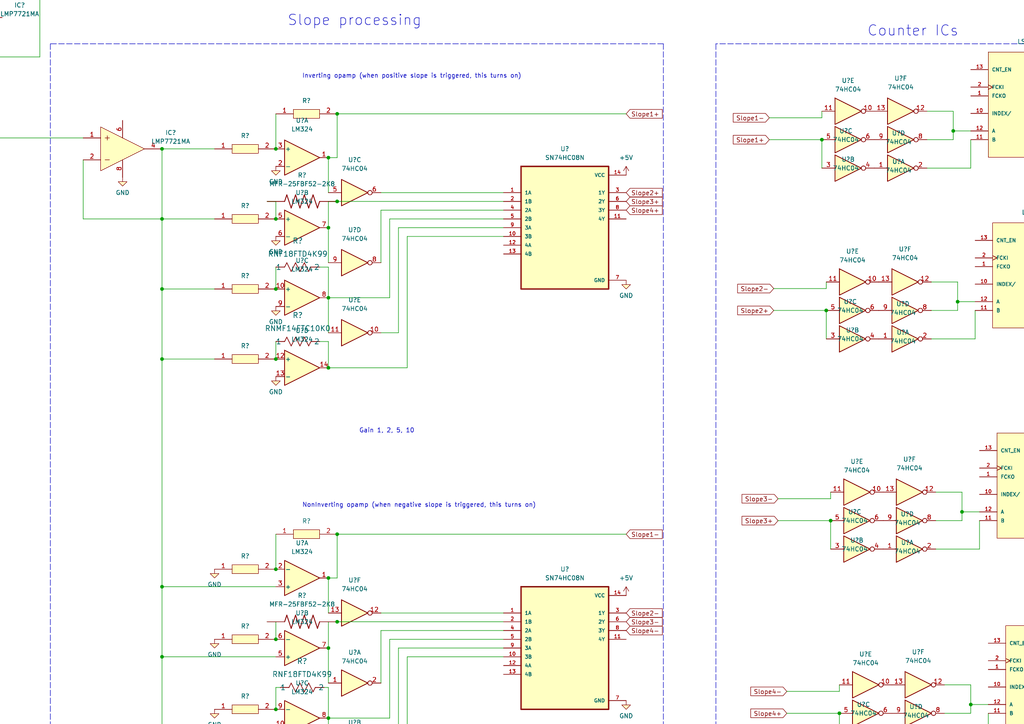
<source format=kicad_sch>
(kicad_sch (version 20211123) (generator eeschema)
  (paper "A4")
  (junction (at 95.25 228.6))
  (junction (at 95.25 66.04))
  (junction (at 46.99 190.5))
  (junction (at 95.25 167.64))
  (junction (at -249.555 12.7))
  (junction (at 80.01 205.74))
  (junction (at 190.5 248.92))
  (junction (at -7.62 -6.4008))
  (junction (at -181.61 115.57))
  (junction (at -13.335 40.005))
  (junction (at 227.965 265.43))
  (junction (at -141.605 55.88))
  (junction (at 80.01 185.42))
  (junction (at -141.605 153.035))
  (junction (at -36.195 58.42))
  (junction (at 281.559 204.343))
  (junction (at 46.99 104.14))
  (junction (at 227.965 306.07))
  (junction (at -141.605 120.65))
  (junction (at -181.61 147.955))
  (junction (at 239.649 90.043))
  (junction (at 97.79 180.34))
  (junction (at 253.365 295.91))
  (junction (at 253.365 285.75))
  (junction (at 95.25 187.96))
  (junction (at 205.74 243.205))
  (junction (at 46.99 83.82))
  (junction (at -10.795 40.005))
  (junction (at 253.365 245.11))
  (junction (at 46.99 210.82))
  (junction (at 95.25 86.36))
  (junction (at -141.605 24.765))
  (junction (at -181.61 84.455))
  (junction (at 80.01 104.14))
  (junction (at 227.965 295.91))
  (junction (at 277.749 87.503))
  (junction (at -256.54 43.815))
  (junction (at 80.01 63.5))
  (junction (at 253.365 306.07))
  (junction (at 240.919 151.003))
  (junction (at -181.61 50.8))
  (junction (at 243.459 206.883))
  (junction (at 227.965 316.23))
  (junction (at 80.01 165.1))
  (junction (at -181.61 19.685))
  (junction (at -181.61 179.07))
  (junction (at -249.555 77.47))
  (junction (at -141.605 89.535))
  (junction (at 97.79 154.94))
  (junction (at -181.61 -12.065))
  (junction (at 227.965 275.59))
  (junction (at 253.365 275.59))
  (junction (at 97.79 33.02))
  (junction (at 95.25 208.28))
  (junction (at 238.379 40.513))
  (junction (at 80.01 83.82))
  (junction (at -141.605 54.61))
  (junction (at 46.99 43.18))
  (junction (at 227.965 285.75))
  (junction (at -76.835 54.61))
  (junction (at 253.365 255.27))
  (junction (at -1.1176 -6.35))
  (junction (at 46.99 170.18))
  (junction (at 95.25 45.72))
  (junction (at 276.479 37.973))
  (junction (at 279.019 148.463))
  (junction (at -256.54 108.585))
  (junction (at 80.01 43.18))
  (junction (at 46.99 63.5))
  (junction (at -19.1008 -6.35))
  (junction (at 253.365 265.43))
  (junction (at 97.79 58.42))
  (junction (at -181.61 -43.18))
  (junction (at -141.605 -38.1))
  (junction (at 80.01 226.06))
  (junction (at -141.605 -6.985))
  (junction (at -36.195 40.005))
  (junction (at 95.25 106.68))
  (junction (at 227.965 255.27))
  (junction (at -24.2824 -6.35))
  (junction (at -38.735 40.005))
  (wire (pts (xy -199.39 86.995) (xy -199.39 96.52)))
  (polyline (pts (xy 338.455 227.965) (xy 338.455 12.7)))
  (wire (pts (xy -181.61 86.995) (xy -167.64 86.995)))
  (wire (pts (xy 253.365 295.91) (xy 253.365 306.07)))
  (wire (pts (xy 80.01 180.34) (xy 77.47 180.34)))
  (wire (pts (xy 46.99 63.5) (xy 46.99 43.18)))
  (wire (pts (xy 224.409 90.043) (xy 239.649 90.043)))
  (wire (pts (xy -197.485 145.415) (xy -193.04 145.415)))
  (wire (pts (xy 273.939 215.138) (xy 286.639 215.138)))
  (wire (pts (xy -193.04 181.61) (xy -199.39 181.61)))
  (wire (pts (xy -173.355 31.75) (xy -154.94 31.75)))
  (wire (pts (xy 268.859 32.258) (xy 276.479 32.258)))
  (wire (pts (xy 5.7912 -53.2892) (xy -19.1008 -53.2892)))
  (polyline (pts (xy -266.065 -90.805) (xy -266.065 198.755)))
  (wire (pts (xy -197.485 -14.605) (xy -193.04 -14.605)))
  (wire (pts (xy 227.965 255.27) (xy 227.965 265.43)))
  (wire (pts (xy 223.139 34.163) (xy 238.379 34.163)))
  (wire (pts (xy -193.04 -12.065) (xy -181.61 -12.065)))
  (wire (pts (xy -141.605 24.765) (xy -141.605 54.61)))
  (wire (pts (xy -181.61 147.955) (xy -181.61 150.495)))
  (wire (pts (xy -199.39 191.135) (xy -188.595 191.135)))
  (wire (pts (xy 80.01 185.42) (xy 80.01 180.34)))
  (polyline (pts (xy -266.065 198.755) (xy -135.89 198.755)))
  (wire (pts (xy 11.557 16.51) (xy 11.557 -6.35)))
  (wire (pts (xy -199.39 53.34) (xy -199.39 62.865)))
  (wire (pts (xy -199.39 181.61) (xy -199.39 191.135)))
  (wire (pts (xy -181.61 77.47) (xy -215.9 77.47)))
  (wire (pts (xy -141.605 153.035) (xy -141.605 184.15)))
  (wire (pts (xy 227.965 275.59) (xy 227.965 285.75)))
  (wire (pts (xy 281.559 206.883) (xy 281.559 204.343)))
  (wire (pts (xy 46.99 190.5) (xy 80.01 190.5)))
  (wire (pts (xy -181.61 -12.065) (xy -181.61 -19.05)))
  (wire (pts (xy -193.04 -40.64) (xy -199.39 -40.64)))
  (wire (pts (xy 46.99 170.18) (xy 46.99 104.14)))
  (wire (pts (xy -167.64 153.035) (xy -141.605 153.035)))
  (wire (pts (xy 95.25 77.47) (xy 95.25 86.36)))
  (wire (pts (xy -65.405 66.675) (xy -24.765 66.675)))
  (wire (pts (xy -141.605 120.65) (xy -141.605 153.035)))
  (wire (pts (xy -181.61 172.085) (xy -215.9 172.085)))
  (wire (pts (xy 95.25 180.34) (xy 97.79 180.34)))
  (wire (pts (xy -193.04 147.955) (xy -181.61 147.955)))
  (wire (pts (xy 95.25 219.71) (xy 95.25 228.6)))
  (wire (pts (xy 225.679 151.003) (xy 240.919 151.003)))
  (wire (pts (xy -256.54 43.815) (xy -228.6 43.815)))
  (wire (pts (xy -154.94 19.685) (xy -167.64 19.685)))
  (polyline (pts (xy -33.147 58.42) (xy -40.259 58.42)))
  (wire (pts (xy -181.61 -43.18) (xy -181.61 -50.165)))
  (wire (pts (xy -181.61 19.685) (xy -181.61 12.7)))
  (wire (pts (xy -193.04 53.34) (xy -199.39 53.34)))
  (wire (pts (xy 146.05 68.58) (xy 118.11 68.58)))
  (wire (pts (xy 46.99 210.82) (xy 80.01 210.82)))
  (wire (pts (xy -181.61 115.57) (xy -181.61 118.11)))
  (wire (pts (xy 253.365 265.43) (xy 253.365 275.59)))
  (wire (pts (xy -199.39 31.75) (xy -188.595 31.75)))
  (wire (pts (xy 46.99 63.5) (xy 62.23 63.5)))
  (wire (pts (xy -141.605 55.88) (xy -141.605 89.535)))
  (wire (pts (xy -10.795 16.51) (xy -10.795 40.005)))
  (wire (pts (xy -35.2552 -51.1048) (xy -24.2824 -51.1048)))
  (wire (pts (xy 110.49 55.88) (xy 146.05 55.88)))
  (wire (pts (xy -141.605 -6.985) (xy -141.605 24.765)))
  (wire (pts (xy 227.965 285.75) (xy 227.965 295.91)))
  (wire (pts (xy -193.04 86.995) (xy -199.39 86.995)))
  (wire (pts (xy -154.94 -12.065) (xy -167.64 -12.065)))
  (wire (pts (xy 270.129 98.298) (xy 282.829 98.298)))
  (wire (pts (xy -181.61 179.07) (xy -181.61 181.61)))
  (wire (pts (xy -193.04 19.685) (xy -181.61 19.685)))
  (wire (pts (xy -141.605 54.61) (xy -76.835 54.61)))
  (wire (pts (xy -199.39 96.52) (xy -188.595 96.52)))
  (wire (pts (xy 276.479 37.973) (xy 281.559 37.973)))
  (wire (pts (xy -19.1008 -53.2892) (xy -19.1008 -13.97)))
  (wire (pts (xy -256.54 108.585) (xy -228.6 108.585)))
  (wire (pts (xy 253.365 285.75) (xy 253.365 295.91)))
  (wire (pts (xy -249.555 -50.165) (xy -228.6 -50.165)))
  (polyline (pts (xy -135.89 198.755) (xy -135.89 -90.805)))
  (wire (pts (xy 286.639 215.138) (xy 286.639 206.883)))
  (wire (pts (xy 110.49 96.52) (xy 115.57 96.52)))
  (wire (pts (xy -36.195 40.005) (xy -36.195 52.07)))
  (wire (pts (xy 227.965 245.11) (xy 227.965 255.27)))
  (wire (pts (xy 97.79 154.94) (xy 97.79 167.64)))
  (wire (pts (xy -197.485 17.145) (xy -193.04 17.145)))
  (wire (pts (xy -181.61 150.495) (xy -167.64 150.495)))
  (wire (pts (xy 46.99 170.18) (xy 46.99 190.5)))
  (wire (pts (xy -181.61 19.685) (xy -181.61 22.225)))
  (wire (pts (xy 253.365 245.11) (xy 253.365 255.27)))
  (wire (pts (xy -154.94 0) (xy -154.94 -12.065)))
  (wire (pts (xy 281.559 198.628) (xy 281.559 204.343)))
  (wire (pts (xy -193.04 150.495) (xy -199.39 150.495)))
  (wire (pts (xy -199.39 118.11) (xy -199.39 127.635)))
  (wire (pts (xy 11.557 -6.35) (xy -1.1176 -6.35)))
  (wire (pts (xy -141.605 -85.09) (xy -141.605 -38.1)))
  (wire (pts (xy 92.71 77.47) (xy 95.25 77.47)))
  (wire (pts (xy 281.559 48.768) (xy 281.559 40.513)))
  (wire (pts (xy 268.859 48.768) (xy 281.559 48.768)))
  (wire (pts (xy 146.05 185.42) (xy 113.03 185.42)))
  (wire (pts (xy -208.28 -70.485) (xy -193.675 -70.485)))
  (wire (pts (xy 110.49 182.88) (xy 146.05 182.88)))
  (wire (pts (xy 115.57 187.96) (xy 146.05 187.96)))
  (wire (pts (xy -193.04 179.07) (xy -181.61 179.07)))
  (polyline (pts (xy 14.605 12.7) (xy 14.605 240.665)))
  (wire (pts (xy 118.11 106.68) (xy 95.25 106.68)))
  (wire (pts (xy -154.94 -43.18) (xy -167.64 -43.18)))
  (wire (pts (xy -154.94 191.135) (xy -154.94 179.07)))
  (wire (pts (xy 118.11 190.5) (xy 118.11 228.6)))
  (wire (pts (xy 118.11 68.58) (xy 118.11 106.68)))
  (wire (pts (xy 239.649 90.043) (xy 239.649 98.298)))
  (wire (pts (xy -38.735 40.005) (xy -36.195 40.005)))
  (wire (pts (xy -154.94 179.07) (xy -167.64 179.07)))
  (wire (pts (xy 2.7432 -50.7492) (xy 5.7912 -50.7492)))
  (wire (pts (xy 46.99 83.82) (xy 46.99 63.5)))
  (wire (pts (xy -199.39 -9.525) (xy -199.39 0)))
  (wire (pts (xy -181.61 -9.525) (xy -167.64 -9.525)))
  (wire (pts (xy 92.71 219.71) (xy 95.25 219.71)))
  (wire (pts (xy -193.04 22.225) (xy -199.39 22.225)))
  (wire (pts (xy 97.79 45.72) (xy 95.25 45.72)))
  (wire (pts (xy 279.019 151.003) (xy 279.019 148.463)))
  (wire (pts (xy 273.939 198.628) (xy 281.559 198.628)))
  (wire (pts (xy 95.25 180.34) (xy 95.25 187.96)))
  (wire (pts (xy 240.919 151.003) (xy 240.919 159.258)))
  (wire (pts (xy 238.379 40.513) (xy 238.379 48.768)))
  (wire (pts (xy -13.335 40.005) (xy -13.335 55.245)))
  (wire (pts (xy 95.25 66.04) (xy 95.25 76.2)))
  (wire (pts (xy -181.61 84.455) (xy -181.61 86.995)))
  (wire (pts (xy -154.94 62.865) (xy -154.94 50.8)))
  (wire (pts (xy 97.79 58.42) (xy 146.05 58.42)))
  (wire (pts (xy -181.61 22.225) (xy -167.64 22.225)))
  (wire (pts (xy 95.25 58.42) (xy 97.79 58.42)))
  (polyline (pts (xy 14.605 240.665) (xy 192.405 240.665)))
  (wire (pts (xy 110.49 218.44) (xy 115.57 218.44)))
  (wire (pts (xy -181.61 147.955) (xy -181.61 140.97)))
  (wire (pts (xy 92.71 99.06) (xy 95.25 99.06)))
  (wire (pts (xy -32.385 16.51) (xy -19.05 16.51)))
  (wire (pts (xy -173.355 0) (xy -154.94 0)))
  (wire (pts (xy 24.13 63.5) (xy 46.99 63.5)))
  (wire (pts (xy -173.355 -31.115) (xy -154.94 -31.115)))
  (polyline (pts (xy -7.62 81.788) (xy -7.747 29.21)))
  (wire (pts (xy 80.01 63.5) (xy 80.01 58.42)))
  (wire (pts (xy 277.749 87.503) (xy 282.829 87.503)))
  (wire (pts (xy -249.555 140.97) (xy -249.555 77.47)))
  (wire (pts (xy 113.03 86.36) (xy 95.25 86.36)))
  (wire (pts (xy 80.01 33.02) (xy 80.01 43.18)))
  (wire (pts (xy -181.61 -12.065) (xy -181.61 -9.525)))
  (wire (pts (xy 110.49 60.96) (xy 146.05 60.96)))
  (wire (pts (xy 95.25 208.28) (xy 95.25 218.44)))
  (wire (pts (xy 228.219 206.883) (xy 243.459 206.883)))
  (wire (pts (xy 146.05 63.5) (xy 113.03 63.5)))
  (wire (pts (xy -167.64 -6.985) (xy -141.605 -6.985)))
  (wire (pts (xy -193.04 118.11) (xy -199.39 118.11)))
  (wire (pts (xy -173.355 96.52) (xy -154.94 96.52)))
  (wire (pts (xy -181.61 115.57) (xy -181.61 108.585)))
  (wire (pts (xy 276.479 40.513) (xy 276.479 37.973)))
  (wire (pts (xy -228.6 -19.05) (xy -256.54 -19.05)))
  (wire (pts (xy 253.365 275.59) (xy 253.365 285.75)))
  (wire (pts (xy -24.765 66.675) (xy -24.765 63.5)))
  (polyline (pts (xy -82.423 29.21) (xy -82.296 81.788)))
  (wire (pts (xy 282.829 98.298) (xy 282.829 90.043)))
  (wire (pts (xy -154.94 160.02) (xy -154.94 147.955)))
  (wire (pts (xy -154.94 84.455) (xy -167.64 84.455)))
  (wire (pts (xy 279.019 142.748) (xy 279.019 148.463)))
  (wire (pts (xy -181.61 -50.165) (xy -215.9 -50.165)))
  (wire (pts (xy -141.605 89.535) (xy -141.605 120.65)))
  (wire (pts (xy -193.04 -9.525) (xy -199.39 -9.525)))
  (wire (pts (xy 95.25 66.04) (xy 95.25 58.42)))
  (wire (pts (xy 271.399 142.748) (xy 279.019 142.748)))
  (wire (pts (xy 80.01 58.42) (xy 77.47 58.42)))
  (wire (pts (xy 276.479 32.258) (xy 276.479 37.973)))
  (wire (pts (xy -199.39 0) (xy -188.595 0)))
  (wire (pts (xy 95.25 86.36) (xy 95.25 96.52)))
  (wire (pts (xy 281.559 204.343) (xy 286.639 204.343)))
  (wire (pts (xy 46.99 83.82) (xy 62.23 83.82)))
  (wire (pts (xy 270.129 90.043) (xy 277.749 90.043)))
  (wire (pts (xy 224.409 83.693) (xy 239.649 83.693)))
  (wire (pts (xy -1.1176 -55.8292) (xy 5.7912 -55.8292)))
  (wire (pts (xy -141.605 184.15) (xy -167.64 184.15)))
  (wire (pts (xy -249.555 77.47) (xy -228.6 77.47)))
  (wire (pts (xy 228.219 200.533) (xy 243.459 200.533)))
  (wire (pts (xy 253.365 306.07) (xy 253.365 316.23)))
  (wire (pts (xy 95.25 167.64) (xy 95.25 177.8)))
  (wire (pts (xy -173.355 127.635) (xy -154.94 127.635)))
  (wire (pts (xy 240.919 144.653) (xy 240.919 142.748)))
  (wire (pts (xy 271.399 151.003) (xy 279.019 151.003)))
  (wire (pts (xy -181.61 -19.05) (xy -215.9 -19.05)))
  (wire (pts (xy 24.13 46.355) (xy 24.13 63.5)))
  (wire (pts (xy 80.01 205.74) (xy 80.01 199.39)))
  (wire (pts (xy -199.39 160.02) (xy -188.595 160.02)))
  (wire (pts (xy -193.04 -43.18) (xy -181.61 -43.18)))
  (wire (pts (xy 227.965 316.23) (xy 227.965 306.07)))
  (wire (pts (xy 277.749 81.788) (xy 277.749 87.503)))
  (wire (pts (xy 113.03 208.28) (xy 95.25 208.28)))
  (wire (pts (xy -208.28 -45.72) (xy -208.28 -70.485)))
  (wire (pts (xy 225.679 144.653) (xy 240.919 144.653)))
  (wire (pts (xy -181.61 140.97) (xy -215.9 140.97)))
  (wire (pts (xy -154.94 147.955) (xy -167.64 147.955)))
  (wire (pts (xy -154.94 50.8) (xy -167.64 50.8)))
  (wire (pts (xy -19.05 16.51) (xy -19.05 -6.35)))
  (wire (pts (xy -154.94 96.52) (xy -154.94 84.455)))
  (wire (pts (xy -181.61 50.8) (xy -181.61 43.815)))
  (wire (pts (xy -4.445 16.51) (xy 11.557 16.51)))
  (wire (pts (xy -154.94 115.57) (xy -167.64 115.57)))
  (wire (pts (xy -199.39 -31.115) (xy -188.595 -31.115)))
  (wire (pts (xy 97.79 33.02) (xy 181.61 33.02)))
  (wire (pts (xy 97.79 154.94) (xy 181.61 154.94)))
  (wire (pts (xy 80.01 199.39) (xy 81.28 199.39)))
  (wire (pts (xy 118.11 228.6) (xy 95.25 228.6)))
  (wire (pts (xy 95.25 199.39) (xy 95.25 208.28)))
  (wire (pts (xy -141.605 120.65) (xy -167.64 120.65)))
  (wire (pts (xy 253.365 255.27) (xy 253.365 265.43)))
  (wire (pts (xy -181.61 179.07) (xy -181.61 172.085)))
  (wire (pts (xy -65.405 46.99) (xy -24.765 46.99)))
  (wire (pts (xy -167.64 24.765) (xy -141.605 24.765)))
  (wire (pts (xy 46.99 104.14) (xy 62.23 104.14)))
  (wire (pts (xy -1.1176 -6.35) (xy -7.62 -6.35)))
  (wire (pts (xy -181.61 84.455) (xy -181.61 77.47)))
  (wire (pts (xy 277.749 90.043) (xy 277.749 87.503)))
  (wire (pts (xy 227.965 265.43) (xy 227.965 275.59)))
  (wire (pts (xy -76.835 54.61) (xy -76.835 55.245)))
  (wire (pts (xy -13.335 40.005) (xy -10.795 40.005)))
  (wire (pts (xy 268.859 40.513) (xy 276.479 40.513)))
  (polyline (pts (xy -82.296 81.788) (xy -7.62 81.788)))
  (wire (pts (xy -197.485 48.26) (xy -193.04 48.26)))
  (wire (pts (xy 146.05 190.5) (xy 118.11 190.5)))
  (wire (pts (xy -32.2072 -46.0248) (xy -35.2552 -46.0248)))
  (wire (pts (xy -181.61 118.11) (xy -167.64 118.11)))
  (wire (pts (xy 93.98 199.39) (xy 95.25 199.39)))
  (wire (pts (xy -65.405 50.165) (xy -65.405 46.99)))
  (polyline (pts (xy 192.405 12.7) (xy 14.605 12.7)))
  (wire (pts (xy -181.61 50.8) (xy -181.61 53.34)))
  (wire (pts (xy -76.835 40.005) (xy -38.735 40.005)))
  (wire (pts (xy -154.94 127.635) (xy -154.94 115.57)))
  (wire (pts (xy 115.57 66.04) (xy 146.05 66.04)))
  (polyline (pts (xy -135.89 -90.805) (xy -266.065 -90.805)))
  (wire (pts (xy 46.99 190.5) (xy 46.99 210.82)))
  (wire (pts (xy 270.129 81.788) (xy 277.749 81.788)))
  (wire (pts (xy 113.03 63.5) (xy 113.03 86.36)))
  (wire (pts (xy -193.04 50.8) (xy -181.61 50.8)))
  (wire (pts (xy 80.01 77.47) (xy 80.01 83.82)))
  (wire (pts (xy -154.94 31.75) (xy -154.94 19.685)))
  (wire (pts (xy 95.25 45.72) (xy 95.25 55.88)))
  (wire (pts (xy 46.99 210.82) (xy 46.99 231.14)))
  (wire (pts (xy -24.2824 -6.35) (xy -35.56 -6.35)))
  (wire (pts (xy -199.39 150.495) (xy -199.39 160.02)))
  (wire (pts (xy 80.01 154.94) (xy 80.01 165.1)))
  (wire (pts (xy -249.555 12.7) (xy -249.555 -50.165)))
  (wire (pts (xy 223.139 40.513) (xy 238.379 40.513)))
  (wire (pts (xy 239.649 83.693) (xy 239.649 81.788)))
  (wire (pts (xy -173.355 191.135) (xy -154.94 191.135)))
  (wire (pts (xy -181.61 12.7) (xy -215.9 12.7)))
  (wire (pts (xy 110.49 76.2) (xy 110.49 60.96)))
  (wire (pts (xy -181.61 43.815) (xy -215.9 43.815)))
  (wire (pts (xy -181.61 -43.18) (xy -181.61 -40.64)))
  (polyline (pts (xy 207.645 227.965) (xy 338.455 227.965)))
  (wire (pts (xy 97.79 180.34) (xy 146.05 180.34)))
  (wire (pts (xy -181.61 -40.64) (xy -167.64 -40.64)))
  (wire (pts (xy -141.605 -38.1) (xy -141.605 -6.985)))
  (wire (pts (xy -7.62 -14.0208) (xy -7.62 -48.5648)))
  (wire (pts (xy -7.62 -48.5648) (xy -35.2552 -48.5648)))
  (wire (pts (xy 95.25 99.06) (xy 95.25 106.68)))
  (wire (pts (xy -19.05 -6.35) (xy -19.1008 -6.35)))
  (wire (pts (xy 97.79 33.02) (xy 97.79 45.72)))
  (wire (pts (xy -199.39 62.865) (xy -188.595 62.865)))
  (wire (pts (xy -249.555 77.47) (xy -249.555 12.7)))
  (wire (pts (xy -10.795 40.005) (xy 24.13 40.005)))
  (wire (pts (xy 95.25 187.96) (xy 95.25 198.12)))
  (wire (pts (xy -197.485 -45.72) (xy -193.04 -45.72)))
  (wire (pts (xy -167.64 -38.1) (xy -141.605 -38.1)))
  (wire (pts (xy -193.04 115.57) (xy -181.61 115.57)))
  (wire (pts (xy 271.399 159.258) (xy 284.099 159.258)))
  (wire (pts (xy 238.379 34.163) (xy 238.379 32.258)))
  (wire (pts (xy 80.01 170.18) (xy 46.99 170.18)))
  (wire (pts (xy 190.5 243.205) (xy 190.5 248.92)))
  (wire (pts (xy -197.485 113.03) (xy -193.04 113.03)))
  (wire (pts (xy 110.49 177.8) (xy 146.05 177.8)))
  (wire (pts (xy 46.99 231.14) (xy 80.01 231.14)))
  (wire (pts (xy -197.485 176.53) (xy -193.04 176.53)))
  (wire (pts (xy 273.939 206.883) (xy 281.559 206.883)))
  (wire (pts (xy -154.94 -31.115) (xy -154.94 -43.18)))
  (wire (pts (xy 80.01 219.71) (xy 80.01 226.06)))
  (wire (pts (xy 243.459 206.883) (xy 243.459 215.138)))
  (wire (pts (xy -20.955 40.005) (xy -13.335 40.005)))
  (wire (pts (xy -256.54 -19.05) (xy -256.54 43.815)))
  (wire (pts (xy 279.019 148.463) (xy 284.099 148.463)))
  (wire (pts (xy 115.57 218.44) (xy 115.57 187.96)))
  (wire (pts (xy -193.675 -73.025) (xy -193.675 -85.09)))
  (polyline (pts (xy 192.405 240.665) (xy 192.405 12.7)))
  (wire (pts (xy -167.64 55.88) (xy -141.605 55.88)))
  (wire (pts (xy -256.54 172.085) (xy -228.6 172.085)))
  (wire (pts (xy 46.99 43.18) (xy 62.23 43.18)))
  (wire (pts (xy -19.1008 -6.35) (xy -24.2824 -6.35)))
  (wire (pts (xy 227.965 295.91) (xy 227.965 306.07)))
  (wire (pts (xy 110.49 198.12) (xy 110.49 182.88)))
  (polyline (pts (xy 338.455 12.7) (xy 207.645 12.7)))
  (wire (pts (xy -199.39 22.225) (xy -199.39 31.75)))
  (wire (pts (xy -193.675 -85.09) (xy -141.605 -85.09)))
  (wire (pts (xy -24.2824 -51.1048) (xy -24.2824 -13.97)))
  (wire (pts (xy 113.03 185.42) (xy 113.03 208.28)))
  (polyline (pts (xy -7.747 29.21) (xy -82.423 29.21)))
  (wire (pts (xy 46.99 104.14) (xy 46.99 83.82)))
  (polyline (pts (xy 207.645 12.7) (xy 207.645 227.965)))
  (wire (pts (xy -181.61 53.34) (xy -167.64 53.34)))
  (wire (pts (xy 115.57 96.52) (xy 115.57 66.04)))
  (wire (pts (xy -181.61 181.61) (xy -167.64 181.61)))
  (wire (pts (xy -193.04 84.455) (xy -181.61 84.455)))
  (wire (pts (xy 284.099 159.258) (xy 284.099 151.003)))
  (wire (pts (xy 97.79 167.64) (xy 95.25 167.64)))
  (wire (pts (xy -215.9 -45.72) (xy -208.28 -45.72)))
  (wire (pts (xy -197.485 81.915) (xy -193.04 81.915)))
  (wire (pts (xy -38.735 16.51) (xy -38.735 40.005)))
  (wire (pts (xy -173.355 62.865) (xy -154.94 62.865)))
  (wire (pts (xy -256.54 43.815) (xy -256.54 108.585)))
  (wire (pts (xy -228.6 140.97) (xy -249.555 140.97)))
  (wire (pts (xy 205.74 243.205) (xy 205.74 248.92)))
  (wire (pts (xy -76.835 40.005) (xy -76.835 54.61)))
  (wire (pts (xy -141.605 54.61) (xy -141.605 55.88)))
  (wire (pts (xy 243.459 200.533) (xy 243.459 198.628)))
  (wire (pts (xy -167.64 89.535) (xy -141.605 89.535)))
  (wire (pts (xy -199.39 -40.64) (xy -199.39 -31.115)))
  (wire (pts (xy 80.01 99.06) (xy 80.01 104.14)))
  (wire (pts (xy -256.54 108.585) (xy -256.54 172.085)))
  (wire (pts (xy -249.555 12.7) (xy -228.6 12.7)))
  (wire (pts (xy -181.61 108.585) (xy -215.9 108.585)))
  (wire (pts (xy -199.39 127.635) (xy -188.595 127.635)))
  (wire (pts (xy -1.1176 -13.97) (xy -1.1176 -55.8292)))
  (wire (pts (xy -173.355 160.02) (xy -154.94 160.02)))
  (wire (pts (xy -36.195 40.005) (xy -29.21 40.005)))
  (text "NonInverting opamp (when negative slope is triggered, this turns on)\n" (at 87.63 147.32 0) (effects (font (size 1.27 1.27)) (justify left bottom)))
  (text "Slope processing" (at 83.312 7.747 0) (effects (font (size 3 3)) (justify left bottom)))
  (text "Gain 1, 2, 5, 10" (at 104.14 125.73 0) (effects (font (size 1.27 1.27)) (justify left bottom)))
  (text "Run up and down slopes" (at -233.045 -93.345 0) (effects (font (size 3 3)) (justify left bottom)))
  (text "Counter ICs" (at 251.46 10.795 0) (effects (font (size 3 3)) (justify left bottom)))
  (text "Inverting opamp (when positive slope is triggered, this turns on)\n" (at 87.63 22.86 0) (effects (font (size 1.27 1.27)) (justify left bottom)))
  (text "Dual opamp integrator" (at -70.485 27.94 0) (effects (font (size 3 3)) (justify left bottom)))
  (global_label "Slope1-" (shape input) (at -199.39 -40.64 180) (property "Intersheet References" "${INTERSHEET_REFS}" (effects hide)))
  (global_label "Slope3-" (shape input) (at 181.61 180.34 0) (property "Intersheet References" "${INTERSHEET_REFS}" (effects hide)))
  (global_label "SCK" (shape input) (at 319.659 143.383 0) (property "Intersheet References" "${INTERSHEET_REFS}" (effects hide)))
  (global_label "SCK" (shape input) (at 317.119 32.893 0) (property "Intersheet References" "${INTERSHEET_REFS}" (effects hide)))
  (global_label "4.096v" (shape input) (at 41.3512 -55.8292 0) (property "Intersheet References" "${INTERSHEET_REFS}" (effects hide)))
  (global_label "Slope4-" (shape input) (at 228.219 200.533 180) (property "Intersheet References" "${INTERSHEET_REFS}" (effects hide)))
  (global_label "Slope4-" (shape input) (at 181.61 182.88 0) (property "Intersheet References" "${INTERSHEET_REFS}" (effects hide)))
  (global_label "MISO" (shape input) (at 319.659 148.463 0) (property "Intersheet References" "${INTERSHEET_REFS}" (effects hide)))
  (global_label "MOSI" (shape input) (at 347.345 129.032 180) (property "Intersheet References" "${INTERSHEET_REFS}" (effects hide)))
  (global_label "Slope2+" (shape input) (at -199.39 53.34 180) (property "Intersheet References" "${INTERSHEET_REFS}" (effects hide)))
  (global_label "SCK" (shape input) (at 347.345 134.112 180) (property "Intersheet References" "${INTERSHEET_REFS}" (effects hide)))
  (global_label "Slope1+" (shape input) (at 181.61 33.02 0) (property "Intersheet References" "${INTERSHEET_REFS}" (effects hide)))
  (global_label "MISO" (shape input) (at 347.345 131.572 180) (property "Intersheet References" "${INTERSHEET_REFS}" (effects hide)))
  (global_label "SCK" (shape input) (at 5.7912 -48.2092 180) (property "Intersheet References" "${INTERSHEET_REFS}" (effects hide)))
  (global_label "SS1" (shape input) (at 347.345 123.952 180) (property "Intersheet References" "${INTERSHEET_REFS}" (effects hide)))
  (global_label "8MHz" (shape input) (at -70.8152 -46.0248 180) (property "Intersheet References" "${INTERSHEET_REFS}" (effects hide)))
  (global_label "MISO" (shape input) (at 318.389 87.503 0) (property "Intersheet References" "${INTERSHEET_REFS}" (effects hide)))
  (global_label "Vin" (shape input) (at -193.675 -67.945 180) (property "Intersheet References" "${INTERSHEET_REFS}" (effects hide)))
  (global_label "Slope3+" (shape input) (at -199.39 118.11 180) (property "Intersheet References" "${INTERSHEET_REFS}" (effects hide)))
  (global_label "Slope3-" (shape input) (at 225.679 144.653 180) (property "Intersheet References" "${INTERSHEET_REFS}" (effects hide)))
  (global_label "SS2" (shape input) (at 319.659 140.843 0) (property "Intersheet References" "${INTERSHEET_REFS}" (effects hide)))
  (global_label "Slope1+" (shape input) (at -199.39 -9.525 180) (property "Intersheet References" "${INTERSHEET_REFS}" (effects hide)))
  (global_label "Slope3+" (shape input) (at 225.679 151.003 180) (property "Intersheet References" "${INTERSHEET_REFS}" (effects hide)))
  (global_label "Slope2+" (shape input) (at 181.61 55.88 0) (property "Intersheet References" "${INTERSHEET_REFS}" (effects hide)))
  (global_label "MOSI" (shape input) (at 318.389 84.963 0) (property "Intersheet References" "${INTERSHEET_REFS}" (effects hide)))
  (global_label "Slope2-" (shape input) (at 181.61 177.8 0) (property "Intersheet References" "${INTERSHEET_REFS}" (effects hide)))
  (global_label "Slope4+" (shape input) (at 181.61 60.96 0) (property "Intersheet References" "${INTERSHEET_REFS}" (effects hide)))
  (global_label "Slope2-" (shape input) (at 224.409 83.693 180) (property "Intersheet References" "${INTERSHEET_REFS}" (effects hide)))
  (global_label "SS2" (shape input) (at 347.345 121.412 180) (property "Intersheet References" "${INTERSHEET_REFS}" (effects hide)))
  (global_label "SS1" (shape input) (at 318.389 79.883 0) (property "Intersheet References" "${INTERSHEET_REFS}" (effects hide)))
  (global_label "Slope1-" (shape input) (at 181.61 154.94 0) (property "Intersheet References" "${INTERSHEET_REFS}" (effects hide)))
  (global_label "SS3" (shape input) (at 347.345 118.872 180) (property "Intersheet References" "${INTERSHEET_REFS}" (effects hide)))
  (global_label "Slope3-" (shape input) (at -199.39 86.995 180) (property "Intersheet References" "${INTERSHEET_REFS}" (effects hide)))
  (global_label "MISO" (shape input) (at 317.119 37.973 0) (property "Intersheet References" "${INTERSHEET_REFS}" (effects hide)))
  (global_label "Slope1+" (shape input) (at 223.139 40.513 180) (property "Intersheet References" "${INTERSHEET_REFS}" (effects hide)))
  (global_label "MOSI" (shape input) (at 317.119 35.433 0) (property "Intersheet References" "${INTERSHEET_REFS}" (effects hide)))
  (global_label "Slope2+" (shape input) (at 224.409 90.043 180) (property "Intersheet References" "${INTERSHEET_REFS}" (effects hide)))
  (global_label "4.096v" (shape input) (at -70.8152 -51.1048 180) (property "Intersheet References" "${INTERSHEET_REFS}" (effects hide)))
  (global_label "SS5" (shape input) (at 347.345 113.792 180) (property "Intersheet References" "${INTERSHEET_REFS}" (effects hide)))
  (global_label "SCK" (shape input) (at -35.2552 -43.4848 0) (property "Intersheet References" "${INTERSHEET_REFS}" (effects hide)))
  (global_label "SS0" (shape input) (at 317.119 30.353 0) (property "Intersheet References" "${INTERSHEET_REFS}" (effects hide)))
  (global_label "Slope2-" (shape input) (at -199.39 22.225 180) (property "Intersheet References" "${INTERSHEET_REFS}" (effects hide)))
  (global_label "Vin" (shape input) (at 347.345 116.205 180) (property "Intersheet References" "${INTERSHEET_REFS}" (effects hide)))
  (global_label "Slope4-" (shape input) (at -199.39 151.765 180) (property "Intersheet References" "${INTERSHEET_REFS}" (effects hide)))
  (global_label "MISO" (shape input) (at -70.8152 -43.4848 180) (property "Intersheet References" "${INTERSHEET_REFS}" (effects hide)))
  (global_label "SS0" (shape input) (at 347.345 126.492 180) (property "Intersheet References" "${INTERSHEET_REFS}" (effects hide)))
  (global_label "Slope4+" (shape input) (at 228.219 206.883 180) (property "Intersheet References" "${INTERSHEET_REFS}" (effects hide)))
  (global_label "MISO" (shape input) (at 41.3512 -48.2092 0) (property "Intersheet References" "${INTERSHEET_REFS}" (effects hide)))
  (global_label "MOSI" (shape input) (at 322.199 201.803 0) (property "Intersheet References" "${INTERSHEET_REFS}" (effects hide)))
  (global_label "8MHz" (shape input) (at 41.3512 -50.7492 0) (property "Intersheet References" "${INTERSHEET_REFS}" (effects hide)))
  (global_label "Slope4+" (shape input) (at -199.39 186.055 180) (property "Intersheet References" "${INTERSHEET_REFS}" (effects hide)))
  (global_label "SCK" (shape input) (at 322.199 199.263 0) (property "Intersheet References" "${INTERSHEET_REFS}" (effects hide)))
  (global_label "SCK" (shape input) (at 318.389 82.423 0) (property "Intersheet References" "${INTERSHEET_REFS}" (effects hide)))
  (global_label "MOSI" (shape input) (at 319.659 145.923 0) (property "Intersheet References" "${INTERSHEET_REFS}" (effects hide)))
  (global_label "MISO" (shape input) (at 322.199 204.343 0) (property "Intersheet References" "${INTERSHEET_REFS}" (effects hide)))
  (global_label "Slope1-" (shape input) (at 223.139 34.163 180) (property "Intersheet References" "${INTERSHEET_REFS}" (effects hide)))
  (global_label "Slope3+" (shape input) (at 181.61 58.42 0) (property "Intersheet References" "${INTERSHEET_REFS}" (effects hide)))
  (global_label "SS3" (shape input) (at 322.199 196.723 0) (property "Intersheet References" "${INTERSHEET_REFS}" (effects hide)))
  (symbol (lib_id "74xx:74HC04") (at 102.87 198.12 0) (unit 1)
    (property "Reference" "U?" (at 102.87 189.23 0))
    (property "Value" "74HC04" (at 102.87 191.77 0))
    (property "Datasheet" "https://assets.nexperia.com/documents/data-sheet/74HC_HCT04.pdf" (effects hide))
  )
  (symbol (lib_id "Amplifier_Operational:LM324") (at 87.63 228.6 0) (mirror x) (unit 4)
    (property "Reference" "U?" (at 87.63 218.44 0))
    (property "Value" "LM324" (at 87.63 220.98 0))
    (property "Datasheet" "http://www.ti.com/lit/ds/symlink/lm2902-n.pdf" (effects hide))
  )
  (symbol (lib_id "74xx:74HC04") (at 240.665 295.91 270) (unit 7)
    (property "Reference" "U?" (at 240.665 285.75 90))
    (property "Value" "74HC04" (at 240.665 288.29 90))
    (property "Datasheet" "https://assets.nexperia.com/documents/data-sheet/74HC_HCT04.pdf" (effects hide))
  )
  (symbol (lib_id "74xx:74HC04") (at 247.269 81.788 0) (unit 5)
    (property "Reference" "U?" (at 247.269 72.898 0))
    (property "Value" "74HC04" (at 247.269 75.438 0))
    (property "Datasheet" "https://assets.nexperia.com/documents/data-sheet/74HC_HCT04.pdf" (effects hide))
  )
  (symbol (lib_id "74xx:74HC04") (at 262.509 81.788 0) (unit 6)
    (property "Reference" "U?" (at 262.509 72.263 0))
    (property "Value" "74HC04" (at 262.509 74.803 0))
    (property "Datasheet" "https://assets.nexperia.com/documents/data-sheet/74HC_HCT04.pdf" (effects hide))
  )
  (symbol (lib_id "power:GND") (at 80.01 109.22 0) (unit 1)
    (property "Reference" "#PWR?" (effects hide))
    (property "Value" "GND" (at 80.01 113.665 0))
  )
  (symbol (lib_id "power:GND") (at 62.23 185.42 0) (unit 1)
    (property "Reference" "#PWR?" (effects hide))
    (property "Value" "GND" (at 62.23 189.865 0))
  )
  (symbol (lib_id "power:GND") (at 190.5 248.92 0) (unit 1)
    (property "Reference" "#PWR?" (effects hide))
    (property "Value" "GND" (at 190.5 253.365 0))
  )
  (symbol (lib_id "74xx:74HC04") (at 248.539 142.748 0) (unit 5)
    (property "Reference" "U?" (at 248.539 133.858 0))
    (property "Value" "74HC04" (at 248.539 136.398 0))
    (property "Datasheet" "https://assets.nexperia.com/documents/data-sheet/74HC_HCT04.pdf" (effects hide))
  )
  (symbol (lib_id "74xx:74HC04") (at 251.079 215.138 0) (unit 2)
    (property "Reference" "U?" (at 251.079 212.598 0))
    (property "Value" "74HC04" (at 250.444 215.138 0))
    (property "Datasheet" "https://assets.nexperia.com/documents/data-sheet/74HC_HCT04.pdf" (effects hide))
  )
  (symbol (lib_id "74xx:74HC04") (at 240.665 316.23 270) (unit 7)
    (property "Reference" "U?" (at 240.665 306.07 90))
    (property "Value" "74HC04" (at 240.665 308.61 90))
    (property "Datasheet" "https://assets.nexperia.com/documents/data-sheet/74HC_HCT04.pdf" (effects hide))
  )
  (symbol (lib_id "74xx:74HC04") (at 245.999 40.513 0) (unit 3)
    (property "Reference" "U?" (at 245.364 37.973 0))
    (property "Value" "74HC04" (at 245.364 40.513 0))
    (property "Datasheet" "https://assets.nexperia.com/documents/data-sheet/74HC_HCT04.pdf" (effects hide))
  )
  (symbol (lib_id "Amplifier_Operational:LM324") (at 87.63 187.96 0) (mirror x) (unit 2)
    (property "Reference" "U?" (at 87.63 177.8 0))
    (property "Value" "LM324" (at 87.63 180.34 0))
    (property "Datasheet" "http://www.ti.com/lit/ds/symlink/lm2902-n.pdf" (effects hide))
  )
  (symbol (lib_id "74xx:74HC04") (at 198.12 269.24 0) (unit 3)
    (property "Reference" "U?" (at 198.12 261.62 0))
    (property "Value" "74HC04" (at 198.12 264.16 0))
    (property "Datasheet" "https://assets.nexperia.com/documents/data-sheet/74HC_HCT04.pdf" (effects hide))
  )
  (symbol (lib_id "power:GND") (at 41.3512 -53.2892 90) (unit 1)
    (property "Reference" "#PWR?" (effects hide))
    (property "Value" "GND" (at 42.6213 -49.7332 0) (effects (justify right)))
  )
  (symbol (lib_id "74xx:74HC04") (at 245.999 48.768 0) (unit 2)
    (property "Reference" "U?" (at 245.999 46.228 0))
    (property "Value" "74HC04" (at 245.364 48.768 0))
    (property "Datasheet" "https://assets.nexperia.com/documents/data-sheet/74HC_HCT04.pdf" (effects hide))
  )
  (symbol (lib_id "1:RNMF14FTC10K0") (at 80.01 219.71 0) (unit 1)
    (property "Reference" "R?" (at 86.36 212.09 0) (effects (font (size 1.524 1.524))))
    (property "Value" "RNMF14FTC10K0" (at 86.36 215.9 0) (effects (font (size 1.524 1.524))))
    (property "Footprint" "STA_RNMF14_STP" (effects hide))
  )
  (symbol (lib_id "power:GND") (at 80.01 48.26 0) (unit 1)
    (property "Reference" "#PWR?" (effects hide))
    (property "Value" "GND" (at 80.01 52.705 0))
  )
  (symbol (lib_id "power:GND") (at 62.23 205.74 0) (unit 1)
    (property "Reference" "#PWR?" (effects hide))
    (property "Value" "GND" (at 62.23 210.185 0))
  )
  (symbol (lib_id "Multislope ADC:LMP7721MA") (at -35.56 5.08 90) (unit 1)
    (property "Reference" "IC?" (at -22.225 1.4986 90))
    (property "Value" "LMP7721MA" (at -22.225 4.0386 90))
  )
  (symbol (lib_id "Diode:1N4148") (at -24.2824 -10.16 270) (unit 1)
    (property "Reference" "D?" (at -20.828 -11.4301 90) (effects (justify left)))
    (property "Value" "1N4148" (at -20.828 -8.8901 90) (effects (justify left)))
    (property "Footprint" "Diode_THT:D_DO-35_SOD27_P7.62mm_Horizontal" (effects hide))
    (property "Datasheet" "https://assets.nexperia.com/documents/data-sheet/1N4148_1N4448.pdf" (effects hide))
  )
  (symbol (lib_id "Multislope ADC:CRMA1206AF10K0DKEF") (at -45.339 58.42 0) (unit 1)
    (property "Reference" "R?" (at -44.45 55.88 0))
    (property "Value" "10k" (at -44.958 58.42 0))
  )
  (symbol (lib_id "74xx:74HC04") (at 198.12 289.56 0) (unit 5)
    (property "Reference" "U?" (at 198.12 281.94 0))
    (property "Value" "74HC04" (at 198.12 284.48 0))
    (property "Datasheet" "https://assets.nexperia.com/documents/data-sheet/74HC_HCT04.pdf" (effects hide))
  )
  (symbol (lib_id "Diode:1N4148") (at -7.62 -10.2108 90) (unit 1)
    (property "Reference" "D?" (at -3.81 -11.4809 90) (effects (justify right)))
    (property "Value" "1N4148" (at -3.81 -8.9409 90) (effects (justify right)))
    (property "Footprint" "Diode_THT:D_DO-35_SOD27_P7.62mm_Horizontal" (effects hide))
    (property "Datasheet" "https://assets.nexperia.com/documents/data-sheet/1N4148_1N4448.pdf" (effects hide))
  )
  (symbol (lib_id "power:+5V") (at 322.199 184.023 0) (unit 1)
    (property "Reference" "#PWR?" (effects hide))
    (property "Value" "+5V" (at 322.199 178.943 0))
  )
  (symbol (lib_id "power:GND") (at 227.965 316.23 0) (unit 1)
    (property "Reference" "#PWR?" (effects hide))
    (property "Value" "GND" (at 227.965 320.675 0))
  )
  (symbol (lib_id "1:MFR-25FRE52-1K") (at 62.23 43.18 0) (unit 1)
    (property "Reference" "R?" (at 71.12 39.37 0))
    (property "Value" "MFR-25FRE52-1K" (effects hide))
    (property "Footprint" "RESAD1590W60L630D240" (effects hide))
    (property "Datasheet" "https://datasheet.datasheetarchive.com/originals/distributors/Datasheets_SAMA/52c2d5c9b8e6280f2c9d52cd3c400513.pdf" (effects hide))
    (property "Description" "Metal Film Resistors - Through Hole 1Kohm 1% 1/4W Metal Film Resistor" (effects hide))
    (property "Manufacturer_Name" "KEMET" (effects hide))
    (property "Manufacturer_Part_Number" "MFR-25FRE52-1K" (effects hide))
    (property "Mouser Part Number" "603-MFR-25FRE52-1K" (effects hide))
    (property "Mouser Price/Stock" "https://www.mouser.co.uk/ProductDetail/Yageo/MFR-25FRE52-1K?qs=gt1LBUVyoHlhvpPtZ2GcFQ%3D%3D" (effects hide))
    (property "Arrow Part Number" "MFR-25FRE52-1K" (effects hide))
    (property "Arrow Price/Stock" "https://www.arrow.com/en/products/mfr-25fre52-1k/yageo" (effects hide))
  )
  (symbol (lib_id "74xx:74HC04") (at -180.975 160.02 0) (unit 1)
    (property "Reference" "U?" (at -180.975 151.13 0))
    (property "Value" "74HC04" (at -180.975 153.67 0))
    (property "Datasheet" "https://assets.nexperia.com/documents/data-sheet/74HC_HCT04.pdf" (effects hide))
  )
  (symbol (lib_id "74xx:74HC04") (at -180.975 31.75 0) (unit 3)
    (property "Reference" "U?" (at -180.975 22.86 0))
    (property "Value" "74HC04" (at -180.975 25.4 0))
    (property "Datasheet" "https://assets.nexperia.com/documents/data-sheet/74HC_HCT04.pdf" (effects hide))
  )
  (symbol (lib_id "power:GND") (at 181.61 203.2 0) (unit 1)
    (property "Reference" "#PWR?" (effects hide))
    (property "Value" "GND" (at 181.61 207.645 0))
  )
  (symbol (lib_id "1:MFR-25FRE52-1K") (at 62.23 104.14 0) (unit 1)
    (property "Reference" "R?" (at 71.12 100.33 0))
    (property "Value" "MFR-25FRE52-1K" (effects hide))
    (property "Footprint" "RESAD1590W60L630D240" (effects hide))
    (property "Datasheet" "https://datasheet.datasheetarchive.com/originals/distributors/Datasheets_SAMA/52c2d5c9b8e6280f2c9d52cd3c400513.pdf" (effects hide))
    (property "Description" "Metal Film Resistors - Through Hole 1Kohm 1% 1/4W Metal Film Resistor" (effects hide))
    (property "Manufacturer_Name" "KEMET" (effects hide))
    (property "Manufacturer_Part_Number" "MFR-25FRE52-1K" (effects hide))
    (property "Mouser Part Number" "603-MFR-25FRE52-1K" (effects hide))
    (property "Mouser Price/Stock" "https://www.mouser.co.uk/ProductDetail/Yageo/MFR-25FRE52-1K?qs=gt1LBUVyoHlhvpPtZ2GcFQ%3D%3D" (effects hide))
    (property "Arrow Part Number" "MFR-25FRE52-1K" (effects hide))
    (property "Arrow Price/Stock" "https://www.arrow.com/en/products/mfr-25fre52-1k/yageo" (effects hide))
  )
  (symbol (lib_id "1:MFR-25FRE52-1K") (at 62.23 205.74 0) (unit 1)
    (property "Reference" "R?" (at 71.12 201.93 0))
    (property "Value" "MFR-25FRE52-1K" (effects hide))
    (property "Footprint" "RESAD1590W60L630D240" (effects hide))
    (property "Datasheet" "https://datasheet.datasheetarchive.com/originals/distributors/Datasheets_SAMA/52c2d5c9b8e6280f2c9d52cd3c400513.pdf" (effects hide))
    (property "Description" "Metal Film Resistors - Through Hole 1Kohm 1% 1/4W Metal Film Resistor" (effects hide))
    (property "Manufacturer_Name" "KEMET" (effects hide))
    (property "Manufacturer_Part_Number" "MFR-25FRE52-1K" (effects hide))
    (property "Mouser Part Number" "603-MFR-25FRE52-1K" (effects hide))
    (property "Mouser Price/Stock" "https://www.mouser.co.uk/ProductDetail/Yageo/MFR-25FRE52-1K?qs=gt1LBUVyoHlhvpPtZ2GcFQ%3D%3D" (effects hide))
    (property "Arrow Part Number" "MFR-25FRE52-1K" (effects hide))
    (property "Arrow Price/Stock" "https://www.arrow.com/en/products/mfr-25fre52-1k/yageo" (effects hide))
  )
  (symbol (lib_id "power:GND") (at 318.389 92.583 0) (unit 1)
    (property "Reference" "#PWR?" (effects hide))
    (property "Value" "GND" (at 318.389 97.028 0))
  )
  (symbol (lib_id "power:+5V") (at 2.7432 -50.7492 0) (unit 1)
    (property "Reference" "#PWR?" (effects hide))
    (property "Value" "+5V" (at 6.1468 -52.0193 0) (effects (justify left)))
  )
  (symbol (lib_id "74xx:74HC04") (at 102.87 96.52 0) (unit 5)
    (property "Reference" "U?" (at 102.87 86.995 0))
    (property "Value" "74HC04" (at 102.87 89.535 0))
    (property "Datasheet" "https://assets.nexperia.com/documents/data-sheet/74HC_HCT04.pdf" (effects hide))
  )
  (symbol (lib_id "Multislope ADC:74LVCV2G66DC,125") (at -193.04 17.145 0) (unit 1)
    (property "Reference" "IC?" (at -180.34 8.89 0))
    (property "Value" "74LVCV2G66DC,125" (at -180.34 11.43 0))
    (property "Footprint" "SOP50P310X100-8N" (effects hide))
    (property "Datasheet" "https://assets.nexperia.com/documents/data-sheet/74LVCV2G66.pdf" (effects hide))
    (property "Description" "74LVCV2G66 - Overvoltage tolerant bilateral switch@en-us" (effects hide))
    (property "Height" "1" (effects hide))
    (property "Manufacturer_Name" "Nexperia" (effects hide))
    (property "Manufacturer_Part_Number" "74LVCV2G66DC,125" (effects hide))
    (property "Mouser Part Number" "771-LVCV2G66DC125" (effects hide))
    (property "Mouser Price/Stock" "https://www.mouser.com/Search/Refine.aspx?Keyword=771-LVCV2G66DC125" (effects hide))
  )
  (symbol (lib_id "74xx:74HC04") (at 263.779 159.258 0) (unit 1)
    (property "Reference" "U?" (at 263.144 157.353 0))
    (property "Value" "74HC04" (at 263.144 159.893 0))
    (property "Datasheet" "https://assets.nexperia.com/documents/data-sheet/74HC_HCT04.pdf" (effects hide))
  )
  (symbol (lib_id "74xx:74HC04") (at -180.975 127.635 0) (unit 6)
    (property "Reference" "U?" (at -180.975 118.11 0))
    (property "Value" "74HC04" (at -180.975 120.65 0))
    (property "Datasheet" "https://assets.nexperia.com/documents/data-sheet/74HC_HCT04.pdf" (effects hide))
  )
  (symbol (lib_id "power:GND") (at 62.23 165.1 0) (unit 1)
    (property "Reference" "#PWR?" (effects hide))
    (property "Value" "GND" (at 62.23 169.545 0))
  )
  (symbol (lib_id "power:+5V") (at -32.2072 -46.0248 0) (mirror y) (unit 1)
    (property "Reference" "#PWR?" (effects hide))
    (property "Value" "+5V" (at -35.6108 -47.2949 0) (effects (justify left)))
  )
  (symbol (lib_id "power:GND") (at -70.8152 -48.5648 270) (mirror x) (unit 1)
    (property "Reference" "#PWR?" (effects hide))
    (property "Value" "GND" (at -72.0853 -45.0088 0) (effects (justify right)))
  )
  (symbol (lib_id "74xx:74HC04") (at 262.509 90.043 0) (unit 4)
    (property "Reference" "U?" (at 261.874 88.138 0))
    (property "Value" "74HC04" (at 261.874 90.678 0))
    (property "Datasheet" "https://assets.nexperia.com/documents/data-sheet/74HC_HCT04.pdf" (effects hide))
  )
  (symbol (lib_id "Amplifier_Operational:LM324") (at 87.63 66.04 0) (unit 2)
    (property "Reference" "U?" (at 87.63 55.88 0))
    (property "Value" "LM324" (at 87.63 58.42 0))
    (property "Datasheet" "http://www.ti.com/lit/ds/symlink/lm2902-n.pdf" (effects hide))
  )
  (symbol (lib_id "Multislope ADC:74LVCV2G66DC,125") (at -193.04 145.415 0) (unit 1)
    (property "Reference" "IC?" (at -180.34 137.16 0))
    (property "Value" "74LVCV2G66DC,125" (at -180.34 139.7 0))
    (property "Footprint" "SOP50P310X100-8N" (effects hide))
    (property "Datasheet" "https://assets.nexperia.com/documents/data-sheet/74LVCV2G66.pdf" (effects hide))
    (property "Description" "74LVCV2G66 - Overvoltage tolerant bilateral switch@en-us" (effects hide))
    (property "Height" "1" (effects hide))
    (property "Manufacturer_Name" "Nexperia" (effects hide))
    (property "Manufacturer_Part_Number" "74LVCV2G66DC,125" (effects hide))
    (property "Mouser Part Number" "771-LVCV2G66DC125" (effects hide))
    (property "Mouser Price/Stock" "https://www.mouser.com/Search/Refine.aspx?Keyword=771-LVCV2G66DC125" (effects hide))
  )
  (symbol (lib_id "74xx:74HC04") (at 247.269 98.298 0) (unit 2)
    (property "Reference" "U?" (at 247.269 95.758 0))
    (property "Value" "74HC04" (at 246.634 98.298 0))
    (property "Datasheet" "https://assets.nexperia.com/documents/data-sheet/74HC_HCT04.pdf" (effects hide))
  )
  (symbol (lib_id "Multislope ADC:RNF18FTD4K99") (at 80.01 77.47 0) (unit 1)
    (property "Reference" "R?" (at 86.36 69.85 0) (effects (font (size 1.524 1.524))))
    (property "Value" "RNF18FTD4K99" (at 86.36 73.66 0) (effects (font (size 1.524 1.524))))
    (property "Footprint" "STA_RNF18_STP" (effects hide))
  )
  (symbol (lib_id "power:GND") (at -197.485 81.915 0) (unit 1)
    (property "Reference" "#PWR?" (effects hide))
    (property "Value" "GND" (at -197.485 86.36 0))
  )
  (symbol (lib_id "power:GND") (at 80.01 68.58 0) (unit 1)
    (property "Reference" "#PWR?" (effects hide))
    (property "Value" "GND" (at 80.01 73.025 0))
  )
  (symbol (lib_id "Multislope ADC:150D394X5035A2B") (at -29.21 40.005 0) (unit 1)
    (property "Reference" "C?" (at -24.892 36.83 0) (effects (font (size 1.524 1.524))))
    (property "Value" "1-1000nF" (effects hide))
    (property "Footprint" "CAP_150D-A" (effects hide))
  )
  (symbol (lib_id "74xx:74HC04") (at 247.269 90.043 0) (unit 3)
    (property "Reference" "U?" (at 246.634 87.503 0))
    (property "Value" "74HC04" (at 246.634 90.043 0))
    (property "Datasheet" "https://assets.nexperia.com/documents/data-sheet/74HC_HCT04.pdf" (effects hide))
  )
  (symbol (lib_id "74xx:74HC04") (at 248.539 159.258 0) (unit 2)
    (property "Reference" "U?" (at 248.539 156.718 0))
    (property "Value" "74HC04" (at 247.904 159.258 0))
    (property "Datasheet" "https://assets.nexperia.com/documents/data-sheet/74HC_HCT04.pdf" (effects hide))
  )
  (symbol (lib_id "1:MFR-25FRE52-1K") (at 62.23 83.82 0) (unit 1)
    (property "Reference" "R?" (at 71.12 80.01 0))
    (property "Value" "MFR-25FRE52-1K" (effects hide))
    (property "Footprint" "RESAD1590W60L630D240" (effects hide))
    (property "Datasheet" "https://datasheet.datasheetarchive.com/originals/distributors/Datasheets_SAMA/52c2d5c9b8e6280f2c9d52cd3c400513.pdf" (effects hide))
    (property "Description" "Metal Film Resistors - Through Hole 1Kohm 1% 1/4W Metal Film Resistor" (effects hide))
    (property "Manufacturer_Name" "KEMET" (effects hide))
    (property "Manufacturer_Part_Number" "MFR-25FRE52-1K" (effects hide))
    (property "Mouser Part Number" "603-MFR-25FRE52-1K" (effects hide))
    (property "Mouser Price/Stock" "https://www.mouser.co.uk/ProductDetail/Yageo/MFR-25FRE52-1K?qs=gt1LBUVyoHlhvpPtZ2GcFQ%3D%3D" (effects hide))
    (property "Arrow Part Number" "MFR-25FRE52-1K" (effects hide))
    (property "Arrow Price/Stock" "https://www.arrow.com/en/products/mfr-25fre52-1k/yageo" (effects hide))
  )
  (symbol (lib_id "1:ADS1251U_2K5") (at -35.2552 -51.1048 0) (mirror y) (unit 1)
    (property "Reference" "IC?" (at -54.3053 -38.2778 90) (effects (justify right)))
    (property "Value" "ADS1251U_2K5" (at -51.7653 -38.2778 90) (effects (justify right)))
    (property "Footprint" "SOIC127P600X175-8N" (effects hide))
    (property "Datasheet" "http://www.ti.com/lit/gpn/ADS1251" (effects hide))
    (property "Description" "24-Bit, 20kHz, Low-Power Analog-to-Digital Converter" (effects hide))
    (property "Height" "1.75" (effects hide))
    (property "Manufacturer_Name" "Texas Instruments" (effects hide))
    (property "Manufacturer_Part_Number" "ADS1251U/2K5" (effects hide))
    (property "Mouser Part Number" "595-ADS1251U/2K5" (effects hide))
    (property "Mouser Price/Stock" "https://www.mouser.co.uk/ProductDetail/Texas-Instruments/ADS1251U-2K5/?qs=RaXRGs7zCv5M%252BRWcPeM6SA%3D%3D" (effects hide))
    (property "Arrow Part Number" "ADS1251U/2K5" (effects hide))
    (property "Arrow Price/Stock" "https://www.arrow.com/en/products/ads1251u2k5/texas-instruments" (effects hide))
  )
  (symbol (lib_id "power:+5V") (at 317.119 17.653 0) (unit 1)
    (property "Reference" "#PWR0103" (effects hide))
    (property "Value" "+5V" (at 317.119 12.573 0))
  )
  (symbol (lib_id "Multislope ADC:74LVCV2G66DC,125") (at -193.04 81.915 0) (unit 1)
    (property "Reference" "IC?" (at -143.51 66.675 0))
    (property "Value" "74LVCV2G66DC,125" (at -180.34 76.2 0))
    (property "Footprint" "SOP50P310X100-8N" (effects hide))
    (property "Datasheet" "https://assets.nexperia.com/documents/data-sheet/74LVCV2G66.pdf" (effects hide))
    (property "Description" "74LVCV2G66 - Overvoltage tolerant bilateral switch@en-us" (effects hide))
    (property "Height" "1" (effects hide))
    (property "Manufacturer_Name" "Nexperia" (effects hide))
    (property "Manufacturer_Part_Number" "74LVCV2G66DC,125" (effects hide))
    (property "Mouser Part Number" "771-LVCV2G66DC125" (effects hide))
    (property "Mouser Price/Stock" "https://www.mouser.com/Search/Refine.aspx?Keyword=771-LVCV2G66DC125" (effects hide))
  )
  (symbol (lib_id "74xx:74HC04") (at 261.239 32.258 0) (unit 6)
    (property "Reference" "U?" (at 261.239 22.733 0))
    (property "Value" "74HC04" (at 261.239 25.273 0))
    (property "Datasheet" "https://assets.nexperia.com/documents/data-sheet/74HC_HCT04.pdf" (effects hide))
  )
  (symbol (lib_id "power:GND") (at 317.119 43.053 0) (unit 1)
    (property "Reference" "#PWR0104" (effects hide))
    (property "Value" "GND" (at 317.119 47.498 0))
  )
  (symbol (lib_id "Multislope ADC:NOMCT16031002AT1") (at -228.6 -47.625 0) (unit 1)
    (property "Reference" "R?" (at -222.25 -59.055 0) (effects (font (size 1.524 1.524))))
    (property "Value" "NOMCT16031002AT1" (at -222.25 -55.245 0) (effects (font (size 1.524 1.524))))
    (property "Footprint" "1-10-100k" (effects hide))
  )
  (symbol (lib_id "Amplifier_Operational:LM324") (at 87.63 106.68 0) (unit 4)
    (property "Reference" "U?" (at 87.63 95.885 0))
    (property "Value" "LM324" (at 87.63 98.425 0))
    (property "Datasheet" "http://www.ti.com/lit/ds/symlink/lm2902-n.pdf" (effects hide))
  )
  (symbol (lib_id "74xx:74HC04") (at 251.079 198.628 0) (unit 5)
    (property "Reference" "U?" (at 251.079 189.738 0))
    (property "Value" "74HC04" (at 251.079 192.278 0))
    (property "Datasheet" "https://assets.nexperia.com/documents/data-sheet/74HC_HCT04.pdf" (effects hide))
  )
  (symbol (lib_id "power:GND") (at 322.199 209.423 0) (unit 1)
    (property "Reference" "#PWR?" (effects hide))
    (property "Value" "GND" (at 322.199 213.868 0))
  )
  (symbol (lib_id "Multislope ADC:74LVCV2G66DC,125") (at -193.04 -14.605 0) (unit 1)
    (property "Reference" "IC?" (at -180.34 -22.86 0))
    (property "Value" "74LVCV2G66DC,125" (at -180.34 -20.32 0))
    (property "Footprint" "SOP50P310X100-8N" (effects hide))
    (property "Datasheet" "https://assets.nexperia.com/documents/data-sheet/74LVCV2G66.pdf" (effects hide))
    (property "Description" "74LVCV2G66 - Overvoltage tolerant bilateral switch@en-us" (effects hide))
    (property "Height" "1" (effects hide))
    (property "Manufacturer_Name" "Nexperia" (effects hide))
    (property "Manufacturer_Part_Number" "74LVCV2G66DC,125" (effects hide))
    (property "Mouser Part Number" "771-LVCV2G66DC125" (effects hide))
    (property "Mouser Price/Stock" "https://www.mouser.com/Search/Refine.aspx?Keyword=771-LVCV2G66DC125" (effects hide))
  )
  (symbol (lib_id "Multislope ADC:CRMA1206AF10K0DKEF") (at -36.195 67.564 90) (unit 1)
    (property "Reference" "R?" (at -34.036 67.056 90) (effects (justify right)))
    (property "Value" "10k" (at -34.417 69.215 90) (effects (justify right)))
  )
  (symbol (lib_id "Multislope ADC:LS7366R") (at 301.879 140.843 0) (unit 1)
    (property "Reference" "U?" (at 301.879 120.015 0))
    (property "Value" "LS7366R" (at 301.879 122.555 0))
    (property "Footprint" "DIP762W45P254L1917H533Q14" (effects hide))
    (property "STANDARD" "IPC 7351B" (effects hide))
  )
  (symbol (lib_id "power:GND") (at -197.485 145.415 0) (unit 1)
    (property "Reference" "#PWR?" (effects hide))
    (property "Value" "GND" (at -197.485 149.86 0))
  )
  (symbol (lib_id "Diode:1N4148") (at -19.1008 -10.16 90) (unit 1)
    (property "Reference" "D?" (at -15.2908 -11.4301 90) (effects (justify right)))
    (property "Value" "1N4148" (at -15.2908 -8.8901 90) (effects (justify right)))
    (property "Footprint" "Diode_THT:D_DO-35_SOD27_P7.62mm_Horizontal" (effects hide))
    (property "Datasheet" "https://assets.nexperia.com/documents/data-sheet/1N4148_1N4448.pdf" (effects hide))
  )
  (symbol (lib_id "Multislope ADC:LMP7721MA") (at -7.62 5.08 90) (unit 1)
    (property "Reference" "IC?" (at 5.715 1.4986 90))
    (property "Value" "LMP7721MA" (at 5.715 4.0386 90))
  )
  (symbol (lib_id "power:GND") (at -36.195 76.2 0) (unit 1)
    (property "Reference" "#PWR?" (effects hide))
    (property "Value" "GND" (at -36.195 80.645 0))
  )
  (symbol (lib_id "74xx:74HC04") (at 198.12 299.72 0) (unit 6)
    (property "Reference" "U?" (at 198.12 291.465 0))
    (property "Value" "74HC04" (at 198.12 292.735 0))
    (property "Datasheet" "https://assets.nexperia.com/documents/data-sheet/74HC_HCT04.pdf" (effects hide))
  )
  (symbol (lib_id "Multislope ADC:MFR-25FBF52-2K8") (at 87.63 58.42 0) (unit 1)
    (property "Reference" "R?" (at 87.63 50.8 0))
    (property "Value" "MFR-25FBF52-2K8" (at 87.63 53.34 0))
    (property "Footprint" "RESAD1100W55L680D260" (effects hide))
    (property "MAXIMUM_PACKAGE_HEIGHT" "2.6mm" (effects hide))
    (property "MANUFACTURER" "Yageo Corporation" (effects hide))
    (property "STANDARD" "IPC 7351B" (effects hide))
    (property "PARTREV" "201304" (effects hide))
  )
  (symbol (lib_id "Amplifier_Operational:LM324") (at 87.63 208.28 0) (mirror x) (unit 3)
    (property "Reference" "U?" (at 87.63 198.12 0))
    (property "Value" "LM324" (at 87.63 200.66 0))
    (property "Datasheet" "http://www.ti.com/lit/ds/symlink/lm2902-n.pdf" (effects hide))
  )
  (symbol (lib_id "Multislope ADC:74LVCV2G66DC,125") (at -193.04 48.26 0) (unit 1)
    (property "Reference" "IC?" (at -180.34 40.005 0))
    (property "Value" "74LVCV2G66DC,125" (at -180.34 42.545 0))
    (property "Footprint" "SOP50P310X100-8N" (effects hide))
    (property "Datasheet" "https://assets.nexperia.com/documents/data-sheet/74LVCV2G66.pdf" (effects hide))
    (property "Description" "74LVCV2G66 - Overvoltage tolerant bilateral switch@en-us" (effects hide))
    (property "Height" "1" (effects hide))
    (property "Manufacturer_Name" "Nexperia" (effects hide))
    (property "Manufacturer_Part_Number" "74LVCV2G66DC,125" (effects hide))
    (property "Mouser Part Number" "771-LVCV2G66DC125" (effects hide))
    (property "Mouser Price/Stock" "https://www.mouser.com/Search/Refine.aspx?Keyword=771-LVCV2G66DC125" (effects hide))
  )
  (symbol (lib_id "1:MFR-25FRE52-1K") (at 80.01 33.02 0) (unit 1)
    (property "Reference" "R?" (at 88.9 29.21 0))
    (property "Value" "MFR-25FRE52-1K" (effects hide))
    (property "Footprint" "RESAD1590W60L630D240" (effects hide))
    (property "Datasheet" "https://datasheet.datasheetarchive.com/originals/distributors/Datasheets_SAMA/52c2d5c9b8e6280f2c9d52cd3c400513.pdf" (effects hide))
    (property "Description" "Metal Film Resistors - Through Hole 1Kohm 1% 1/4W Metal Film Resistor" (effects hide))
    (property "Manufacturer_Name" "KEMET" (effects hide))
    (property "Manufacturer_Part_Number" "MFR-25FRE52-1K" (effects hide))
    (property "Mouser Part Number" "603-MFR-25FRE52-1K" (effects hide))
    (property "Mouser Price/Stock" "https://www.mouser.co.uk/ProductDetail/Yageo/MFR-25FRE52-1K?qs=gt1LBUVyoHlhvpPtZ2GcFQ%3D%3D" (effects hide))
    (property "Arrow Part Number" "MFR-25FRE52-1K" (effects hide))
    (property "Arrow Price/Stock" "https://www.arrow.com/en/products/mfr-25fre52-1k/yageo" (effects hide))
  )
  (symbol (lib_id "MCU_Module:Arduino_UNO_R3") (at 360.045 116.332 0) (unit 1)
    (property "Reference" "A?" (at 367.1444 87.757 0) (effects (justify left)))
    (property "Value" "Arduino_UNO_R3" (at 367.1444 90.297 0) (effects (justify left)))
    (property "Footprint" "Module:Arduino_UNO_R3" (effects hide))
    (property "Datasheet" "https://www.arduino.cc/en/Main/arduinoBoardUno" (effects hide))
  )
  (symbol (lib_id "74xx:74HC04") (at -180.975 191.135 0) (unit 2)
    (property "Reference" "U?" (at -180.975 181.61 0))
    (property "Value" "74HC04" (at -180.975 184.15 0))
    (property "Datasheet" "https://assets.nexperia.com/documents/data-sheet/74HC_HCT04.pdf" (effects hide))
  )
  (symbol (lib_id "Multislope ADC:NOMCT16031002AT1") (at -228.6 80.01 0) (unit 1)
    (property "Reference" "R?" (at -222.25 67.945 0) (effects (font (size 1.524 1.524))))
    (property "Value" "NOMCA16035002AT5" (at -222.25 70.485 0) (effects (font (size 1.524 1.524))))
    (property "Footprint" "1-10-100k" (effects hide))
  )
  (symbol (lib_id "74xx:74HC04") (at 240.665 285.75 270) (unit 7)
    (property "Reference" "U?" (at 240.665 275.59 90))
    (property "Value" "74HC04" (at 240.665 278.13 90))
    (property "Datasheet" "https://assets.nexperia.com/documents/data-sheet/74HC_HCT04.pdf" (effects hide))
  )
  (symbol (lib_id "Multislope ADC:74LVCV2G66DC,125") (at -193.04 113.03 0) (unit 1)
    (property "Reference" "IC?" (at -180.34 104.775 0))
    (property "Value" "74LVCV2G66DC,125" (at -180.34 107.315 0))
    (property "Footprint" "SOP50P310X100-8N" (effects hide))
    (property "Datasheet" "https://assets.nexperia.com/documents/data-sheet/74LVCV2G66.pdf" (effects hide))
    (property "Description" "74LVCV2G66 - Overvoltage tolerant bilateral switch@en-us" (effects hide))
    (property "Height" "1" (effects hide))
    (property "Manufacturer_Name" "Nexperia" (effects hide))
    (property "Manufacturer_Part_Number" "74LVCV2G66DC,125" (effects hide))
    (property "Mouser Part Number" "771-LVCV2G66DC125" (effects hide))
    (property "Mouser Price/Stock" "https://www.mouser.com/Search/Refine.aspx?Keyword=771-LVCV2G66DC125" (effects hide))
  )
  (symbol (lib_id "74xx:74HC04") (at 102.87 177.8 0) (unit 6)
    (property "Reference" "U?" (at 102.87 168.275 0))
    (property "Value" "74HC04" (at 102.87 170.815 0))
    (property "Datasheet" "https://assets.nexperia.com/documents/data-sheet/74HC_HCT04.pdf" (effects hide))
  )
  (symbol (lib_id "Multislope ADC:LS7366R") (at 299.339 30.353 0) (unit 1)
    (property "Reference" "U1" (at 299.339 9.525 0))
    (property "Value" "LS7366R" (at 299.339 12.065 0))
    (property "Footprint" "DIP762W45P254L1917H533Q14" (effects hide))
    (property "STANDARD" "IPC 7351B" (effects hide))
  )
  (symbol (lib_id "power:GND") (at -197.485 113.03 0) (unit 1)
    (property "Reference" "#PWR?" (effects hide))
    (property "Value" "GND" (at -197.485 117.475 0))
  )
  (symbol (lib_id "Multislope ADC:NOMCT16031002AT1") (at -228.6 143.51 0) (unit 1)
    (property "Reference" "R?" (at -222.25 132.08 0) (effects (font (size 1.524 1.524))))
    (property "Value" "NOMCT16031003DT1" (at -222.25 135.89 0) (effects (font (size 1.524 1.524))))
    (property "Footprint" "1-10-100k" (effects hide))
  )
  (symbol (lib_id "74xx:74HC04") (at 248.539 151.003 0) (unit 3)
    (property "Reference" "U?" (at 247.904 148.463 0))
    (property "Value" "74HC04" (at 247.904 151.003 0))
    (property "Datasheet" "https://assets.nexperia.com/documents/data-sheet/74HC_HCT04.pdf" (effects hide))
  )
  (symbol (lib_id "74xx:74HC04") (at 240.665 255.27 270) (unit 7)
    (property "Reference" "U?" (at 240.665 245.11 90))
    (property "Value" "74HC04" (at 240.665 247.65 90))
    (property "Datasheet" "https://assets.nexperia.com/documents/data-sheet/74HC_HCT04.pdf" (effects hide))
  )
  (symbol (lib_id "Multislope ADC:RNF18FTD4K99") (at 81.28 199.39 0) (unit 1)
    (property "Reference" "R?" (at 87.63 191.77 0) (effects (font (size 1.524 1.524))))
    (property "Value" "RNF18FTD4K99" (at 87.63 195.58 0) (effects (font (size 1.524 1.524))))
    (property "Footprint" "STA_RNF18_STP" (effects hide))
  )
  (symbol (lib_id "Multislope ADC:74LVCV2G66DC,125") (at -193.04 -45.72 0) (unit 1)
    (property "Reference" "IC?" (at -180.34 -53.975 0))
    (property "Value" "74LVCV2G66DC,125" (at -180.34 -51.435 0))
    (property "Footprint" "SOP50P310X100-8N" (effects hide))
    (property "Datasheet" "https://assets.nexperia.com/documents/data-sheet/74LVCV2G66.pdf" (effects hide))
    (property "Description" "74LVCV2G66 - Overvoltage tolerant bilateral switch@en-us" (effects hide))
    (property "Height" "1" (effects hide))
    (property "Manufacturer_Name" "Nexperia" (effects hide))
    (property "Manufacturer_Part_Number" "74LVCV2G66DC,125" (effects hide))
    (property "Mouser Part Number" "771-LVCV2G66DC125" (effects hide))
    (property "Mouser Price/Stock" "https://www.mouser.com/Search/Refine.aspx?Keyword=771-LVCV2G66DC125" (effects hide))
  )
  (symbol (lib_id "74xx:74HC04") (at 198.12 279.4 0) (unit 4)
    (property "Reference" "U?" (at 198.12 271.145 0))
    (property "Value" "74HC04" (at 198.12 273.685 0))
    (property "Datasheet" "https://assets.nexperia.com/documents/data-sheet/74HC_HCT04.pdf" (effects hide))
  )
  (symbol (lib_id "Multislope ADC:MFR-25FBF52-2K8") (at 87.63 180.34 0) (unit 1)
    (property "Reference" "R?" (at 87.63 172.72 0))
    (property "Value" "MFR-25FBF52-2K8" (at 87.63 175.26 0))
    (property "Footprint" "RESAD1100W55L680D260" (effects hide))
    (property "MAXIMUM_PACKAGE_HEIGHT" "2.6mm" (effects hide))
    (property "MANUFACTURER" "Yageo Corporation" (effects hide))
    (property "STANDARD" "IPC 7351B" (effects hide))
    (property "PARTREV" "201304" (effects hide))
  )
  (symbol (lib_id "Amplifier_Operational:LM324") (at 87.63 45.72 0) (unit 1)
    (property "Reference" "U?" (at 87.63 34.925 0))
    (property "Value" "LM324" (at 87.63 37.465 0))
    (property "Datasheet" "http://www.ti.com/lit/ds/symlink/lm2902-n.pdf" (effects hide))
  )
  (symbol (lib_id "Multislope ADC:SN74HC08N") (at 163.83 187.96 0) (unit 1)
    (property "Reference" "U?" (at 163.83 165.1 0))
    (property "Value" "SN74HC08N" (at 163.83 167.64 0))
    (property "Footprint" "DIP794W45P254L1969H508Q14" (effects hide))
  )
  (symbol (lib_id "74xx:74HC04") (at 261.239 48.768 0) (unit 1)
    (property "Reference" "U?" (at 260.604 46.863 0))
    (property "Value" "74HC04" (at 260.604 49.403 0))
    (property "Datasheet" "https://assets.nexperia.com/documents/data-sheet/74HC_HCT04.pdf" (effects hide))
  )
  (symbol (lib_id "Multislope ADC:NOMCT16031002AT1") (at -228.6 15.24 0) (unit 1)
    (property "Reference" "R?" (at -222.25 3.81 0) (effects (font (size 1.524 1.524))))
    (property "Value" "NOMCT16032002AT1" (at -222.25 7.62 0) (effects (font (size 1.524 1.524))))
    (property "Footprint" "1-10-100k" (effects hide))
  )
  (symbol (lib_id "74xx:74HC04") (at 266.319 206.883 0) (unit 4)
    (property "Reference" "U?" (at 265.684 204.978 0))
    (property "Value" "74HC04" (at 265.684 207.518 0))
    (property "Datasheet" "https://assets.nexperia.com/documents/data-sheet/74HC_HCT04.pdf" (effects hide))
  )
  (symbol (lib_id "power:GND") (at -197.485 -45.72 0) (unit 1)
    (property "Reference" "#PWR?" (effects hide))
    (property "Value" "GND" (at -197.485 -41.275 0))
  )
  (symbol (lib_id "Multislope ADC:74LVCV2G66DC,125") (at -193.675 -73.025 0) (unit 1)
    (property "Reference" "IC?" (at -180.975 -81.28 0))
    (property "Value" "74LVCV2G66DC,125" (at -180.975 -78.74 0))
    (property "Footprint" "SOP50P310X100-8N" (effects hide))
    (property "Datasheet" "https://assets.nexperia.com/documents/data-sheet/74LVCV2G66.pdf" (effects hide))
    (property "Description" "74LVCV2G66 - Overvoltage tolerant bilateral switch@en-us" (effects hide))
    (property "Height" "1" (effects hide))
    (property "Manufacturer_Name" "Nexperia" (effects hide))
    (property "Manufacturer_Part_Number" "74LVCV2G66DC,125" (effects hide))
    (property "Mouser Part Number" "771-LVCV2G66DC125" (effects hide))
    (property "Mouser Price/Stock" "https://www.mouser.com/Search/Refine.aspx?Keyword=771-LVCV2G66DC125" (effects hide))
  )
  (symbol (lib_id "74xx:74HC04") (at -180.975 62.865 0) (unit 4)
    (property "Reference" "U?" (at -180.975 53.34 0))
    (property "Value" "74HC04" (at -180.975 55.88 0))
    (property "Datasheet" "https://assets.nexperia.com/documents/data-sheet/74HC_HCT04.pdf" (effects hide))
  )
  (symbol (lib_id "74xx:74HC04") (at 102.87 218.44 0) (unit 2)
    (property "Reference" "U?" (at 102.87 209.55 0))
    (property "Value" "74HC04" (at 102.87 212.09 0))
    (property "Datasheet" "https://assets.nexperia.com/documents/data-sheet/74HC_HCT04.pdf" (effects hide))
  )
  (symbol (lib_id "power:GND") (at -197.485 -14.605 0) (unit 1)
    (property "Reference" "#PWR?" (effects hide))
    (property "Value" "GND" (at -197.485 -10.16 0))
  )
  (symbol (lib_id "power:GND") (at 319.659 153.543 0) (unit 1)
    (property "Reference" "#PWR?" (effects hide))
    (property "Value" "GND" (at 319.659 157.988 0))
  )
  (symbol (lib_id "Multislope ADC:74LVCV2G66DC,125") (at -193.04 176.53 0) (unit 1)
    (property "Reference" "IC?" (at -180.34 168.275 0))
    (property "Value" "74LVCV2G66DC,125" (at -180.34 170.815 0))
    (property "Footprint" "SOP50P310X100-8N" (effects hide))
    (property "Datasheet" "https://assets.nexperia.com/documents/data-sheet/74LVCV2G66.pdf" (effects hide))
    (property "Description" "74LVCV2G66 - Overvoltage tolerant bilateral switch@en-us" (effects hide))
    (property "Height" "1" (effects hide))
    (property "Manufacturer_Name" "Nexperia" (effects hide))
    (property "Manufacturer_Part_Number" "74LVCV2G66DC,125" (effects hide))
    (property "Mouser Part Number" "771-LVCV2G66DC125" (effects hide))
    (property "Mouser Price/Stock" "https://www.mouser.com/Search/Refine.aspx?Keyword=771-LVCV2G66DC125" (effects hide))
  )
  (symbol (lib_id "power:+5V") (at 253.365 245.11 0) (unit 1)
    (property "Reference" "#PWR?" (effects hide))
    (property "Value" "+5V" (at 253.365 240.03 0))
  )
  (symbol (lib_id "74xx:74HC04") (at -180.975 -31.115 0) (unit 1)
    (property "Reference" "U?" (at -180.975 -39.37 0))
    (property "Value" "74HC04" (at -180.975 -36.83 0))
    (property "Datasheet" "https://assets.nexperia.com/documents/data-sheet/74HC_HCT04.pdf" (effects hide))
  )
  (symbol (lib_id "Amplifier_Operational:LM324") (at 87.63 86.36 0) (unit 3)
    (property "Reference" "U?" (at 87.63 75.565 0))
    (property "Value" "LM324" (at 87.63 78.105 0))
    (property "Datasheet" "http://www.ti.com/lit/ds/symlink/lm2902-n.pdf" (effects hide))
  )
  (symbol (lib_id "power:GND") (at -197.485 17.145 0) (unit 1)
    (property "Reference" "#PWR?" (effects hide))
    (property "Value" "GND" (at -197.485 21.59 0))
  )
  (symbol (lib_id "74xx:74HC04") (at 261.239 40.513 0) (unit 4)
    (property "Reference" "U?" (at 260.604 38.608 0))
    (property "Value" "74HC04" (at 260.604 41.148 0))
    (property "Datasheet" "https://assets.nexperia.com/documents/data-sheet/74HC_HCT04.pdf" (effects hide))
  )
  (symbol (lib_id "power:GND") (at 62.23 226.06 0) (unit 1)
    (property "Reference" "#PWR?" (effects hide))
    (property "Value" "GND" (at 62.23 230.505 0))
  )
  (symbol (lib_id "power:+5V") (at 181.61 172.72 0) (unit 1)
    (property "Reference" "#PWR?" (effects hide))
    (property "Value" "+5V" (at 181.61 167.64 0))
  )
  (symbol (lib_id "74xx:74HC04") (at 102.87 55.88 0) (unit 3)
    (property "Reference" "U?" (at 102.87 46.355 0))
    (property "Value" "74HC04" (at 102.87 48.895 0))
    (property "Datasheet" "https://assets.nexperia.com/documents/data-sheet/74HC_HCT04.pdf" (effects hide))
  )
  (symbol (lib_id "power:+5V") (at 318.389 67.183 0) (unit 1)
    (property "Reference" "#PWR?" (effects hide))
    (property "Value" "+5V" (at 318.389 62.103 0))
  )
  (symbol (lib_id "Multislope ADC:SN74HC08N") (at 163.83 66.04 0) (unit 1)
    (property "Reference" "U?" (at 163.83 43.18 0))
    (property "Value" "SN74HC08N" (at 163.83 45.72 0))
    (property "Footprint" "DIP794W45P254L1969H508Q14" (effects hide))
  )
  (symbol (lib_id "74xx:74HC04") (at 240.665 245.11 270) (unit 7)
    (property "Reference" "U?" (at 240.665 234.95 90))
    (property "Value" "74HC04" (at 240.665 238.125 90))
    (property "Datasheet" "https://assets.nexperia.com/documents/data-sheet/74HC_HCT04.pdf" (effects hide))
  )
  (symbol (lib_id "74xx:74HC04") (at 263.779 151.003 0) (unit 4)
    (property "Reference" "U?" (at 263.144 149.098 0))
    (property "Value" "74HC04" (at 263.144 151.638 0))
    (property "Datasheet" "https://assets.nexperia.com/documents/data-sheet/74HC_HCT04.pdf" (effects hide))
  )
  (symbol (lib_id "power:GND") (at 181.61 81.28 0) (unit 1)
    (property "Reference" "#PWR?" (effects hide))
    (property "Value" "GND" (at 181.61 85.725 0))
  )
  (symbol (lib_id "Multislope ADC:ISL28110FBZ") (at -24.765 55.245 0) (unit 1)
    (property "Reference" "IC?" (effects hide))
    (property "Value" "ISL28110FBZ" (at -25.019 55.118 0) (effects (font (size 1 1))))
  )
  (symbol (lib_id "1:MFR-25FRE52-1K") (at 62.23 165.1 0) (unit 1)
    (property "Reference" "R?" (at 71.12 161.29 0))
    (property "Value" "MFR-25FRE52-1K" (effects hide))
    (property "Footprint" "RESAD1590W60L630D240" (effects hide))
    (property "Datasheet" "https://datasheet.datasheetarchive.com/originals/distributors/Datasheets_SAMA/52c2d5c9b8e6280f2c9d52cd3c400513.pdf" (effects hide))
    (property "Description" "Metal Film Resistors - Through Hole 1Kohm 1% 1/4W Metal Film Resistor" (effects hide))
    (property "Manufacturer_Name" "KEMET" (effects hide))
    (property "Manufacturer_Part_Number" "MFR-25FRE52-1K" (effects hide))
    (property "Mouser Part Number" "603-MFR-25FRE52-1K" (effects hide))
    (property "Mouser Price/Stock" "https://www.mouser.co.uk/ProductDetail/Yageo/MFR-25FRE52-1K?qs=gt1LBUVyoHlhvpPtZ2GcFQ%3D%3D" (effects hide))
    (property "Arrow Part Number" "MFR-25FRE52-1K" (effects hide))
    (property "Arrow Price/Stock" "https://www.arrow.com/en/products/mfr-25fre52-1k/yageo" (effects hide))
  )
  (symbol (lib_id "Multislope ADC:LS7366R") (at 304.419 196.723 0) (unit 1)
    (property "Reference" "U?" (at 304.419 175.895 0))
    (property "Value" "LS7366R" (at 304.419 178.435 0))
    (property "Footprint" "DIP762W45P254L1917H533Q14" (effects hide))
    (property "STANDARD" "IPC 7351B" (effects hide))
  )
  (symbol (lib_id "Multislope ADC:OPA177GSE4") (at -65.405 58.42 0) (unit 1)
    (property "Reference" "U?" (effects hide))
    (property "Value" "OPA177GSE4" (at -65.913 58.293 0) (effects (font (size 1 1))))
    (property "Footprint" "SOIC127P599X175-8N" (effects hide))
  )
  (symbol (lib_id "74xx:74HC04") (at 263.779 142.748 0) (unit 6)
    (property "Reference" "U?" (at 263.779 133.223 0))
    (property "Value" "74HC04" (at 263.779 135.763 0))
    (property "Datasheet" "https://assets.nexperia.com/documents/data-sheet/74HC_HCT04.pdf" (effects hide))
  )
  (symbol (lib_id "power:+5V") (at 181.61 50.8 0) (unit 1)
    (property "Reference" "#PWR?" (effects hide))
    (property "Value" "+5V" (at 181.61 45.72 0))
  )
  (symbol (lib_id "Multislope ADC:LMP7721MA") (at 35.56 43.18 0) (unit 1)
    (property "Reference" "IC?" (at 49.53 38.481 0))
    (property "Value" "LMP7721MA" (at 49.53 41.021 0))
  )
  (symbol (lib_id "74xx:74HC04") (at 251.079 206.883 0) (unit 3)
    (property "Reference" "U?" (at 250.444 204.343 0))
    (property "Value" "74HC04" (at 250.444 206.883 0))
    (property "Datasheet" "https://assets.nexperia.com/documents/data-sheet/74HC_HCT04.pdf" (effects hide))
  )
  (symbol (lib_id "1:MFR-25FRE52-1K") (at 62.23 226.06 0) (unit 1)
    (property "Reference" "R?" (at 71.12 222.25 0))
    (property "Value" "MFR-25FRE52-1K" (effects hide))
    (property "Footprint" "RESAD1590W60L630D240" (effects hide))
    (property "Datasheet" "https://datasheet.datasheetarchive.com/originals/distributors/Datasheets_SAMA/52c2d5c9b8e6280f2c9d52cd3c400513.pdf" (effects hide))
    (property "Description" "Metal Film Resistors - Through Hole 1Kohm 1% 1/4W Metal Film Resistor" (effects hide))
    (property "Manufacturer_Name" "KEMET" (effects hide))
    (property "Manufacturer_Part_Number" "MFR-25FRE52-1K" (effects hide))
    (property "Mouser Part Number" "603-MFR-25FRE52-1K" (effects hide))
    (property "Mouser Price/Stock" "https://www.mouser.co.uk/ProductDetail/Yageo/MFR-25FRE52-1K?qs=gt1LBUVyoHlhvpPtZ2GcFQ%3D%3D" (effects hide))
    (property "Arrow Part Number" "MFR-25FRE52-1K" (effects hide))
    (property "Arrow Price/Stock" "https://www.arrow.com/en/products/mfr-25fre52-1k/yageo" (effects hide))
  )
  (symbol (lib_id "1:MFR-25FRE52-1K") (at 80.01 154.94 0) (unit 1)
    (property "Reference" "R?" (at 88.9 151.13 0))
    (property "Value" "MFR-25FRE52-1K" (effects hide))
    (property "Footprint" "RESAD1590W60L630D240" (effects hide))
    (property "Datasheet" "https://datasheet.datasheetarchive.com/originals/distributors/Datasheets_SAMA/52c2d5c9b8e6280f2c9d52cd3c400513.pdf" (effects hide))
    (property "Description" "Metal Film Resistors - Through Hole 1Kohm 1% 1/4W Metal Film Resistor" (effects hide))
    (property "Manufacturer_Name" "KEMET" (effects hide))
    (property "Manufacturer_Part_Number" "MFR-25FRE52-1K" (effects hide))
    (property "Mouser Part Number" "603-MFR-25FRE52-1K" (effects hide))
    (property "Mouser Price/Stock" "https://www.mouser.co.uk/ProductDetail/Yageo/MFR-25FRE52-1K?qs=gt1LBUVyoHlhvpPtZ2GcFQ%3D%3D" (effects hide))
    (property "Arrow Part Number" "MFR-25FRE52-1K" (effects hide))
    (property "Arrow Price/Stock" "https://www.arrow.com/en/products/mfr-25fre52-1k/yageo" (effects hide))
  )
  (symbol (lib_id "power:+5V") (at 205.74 243.205 0) (unit 1)
    (property "Reference" "#PWR?" (effects hide))
    (property "Value" "+5V" (at 205.74 238.125 0))
  )
  (symbol (lib_id "power:GND") (at 80.01 88.9 0) (unit 1)
    (property "Reference" "#PWR?" (effects hide))
    (property "Value" "GND" (at 80.01 93.345 0))
  )
  (symbol (lib_id "power:GND") (at 35.56 51.435 0) (unit 1)
    (property "Reference" "#PWR?" (effects hide))
    (property "Value" "GND" (at 35.56 55.88 0))
  )
  (symbol (lib_id "74xx:74HC04") (at 102.87 76.2 0) (unit 4)
    (property "Reference" "U?" (at 102.87 66.675 0))
    (property "Value" "74HC04" (at 102.87 69.215 0))
    (property "Datasheet" "https://assets.nexperia.com/documents/data-sheet/74HC_HCT04.pdf" (effects hide))
  )
  (symbol (lib_id "Multislope ADC:LS7366R") (at 300.609 79.883 0) (unit 1)
    (property "Reference" "U?" (at 300.609 59.055 0))
    (property "Value" "LS7366R" (at 300.609 61.595 0))
    (property "Footprint" "DIP762W45P254L1917H533Q14" (effects hide))
    (property "STANDARD" "IPC 7351B" (effects hide))
  )
  (symbol (lib_id "Amplifier_Operational:LM324") (at 87.63 167.64 0) (mirror x) (unit 1)
    (property "Reference" "U?" (at 87.63 157.48 0))
    (property "Value" "LM324" (at 87.63 160.02 0))
    (property "Datasheet" "http://www.ti.com/lit/ds/symlink/lm2902-n.pdf" (effects hide))
  )
  (symbol (lib_id "power:GND") (at -197.485 48.26 0) (unit 1)
    (property "Reference" "#PWR?" (effects hide))
    (property "Value" "GND" (at -197.485 52.705 0))
  )
  (symbol (lib_id "74xx:74HC04") (at 240.665 306.07 270) (unit 7)
    (property "Reference" "U?" (at 240.665 295.91 90))
    (property "Value" "74HC04" (at 240.665 298.45 90))
    (property "Datasheet" "https://assets.nexperia.com/documents/data-sheet/74HC_HCT04.pdf" (effects hide))
  )
  (symbol (lib_id "Diode:1N4148") (at -1.1176 -10.16 270) (unit 1)
    (property "Reference" "D?" (at 1.4224 -11.4301 90) (effects (justify left)))
    (property "Value" "1N4148" (at 1.4224 -8.8901 90) (effects (justify left)))
    (property "Footprint" "Diode_THT:D_DO-35_SOD27_P7.62mm_Horizontal" (effects hide))
    (property "Datasheet" "https://assets.nexperia.com/documents/data-sheet/1N4148_1N4448.pdf" (effects hide))
  )
  (symbol (lib_id "1:MFR-25FRE52-1K") (at 62.23 185.42 0) (unit 1)
    (property "Reference" "R?" (at 71.12 181.61 0))
    (property "Value" "MFR-25FRE52-1K" (effects hide))
    (property "Footprint" "RESAD1590W60L630D240" (effects hide))
    (property "Datasheet" "https://datasheet.datasheetarchive.com/originals/distributors/Datasheets_SAMA/52c2d5c9b8e6280f2c9d52cd3c400513.pdf" (effects hide))
    (property "Description" "Metal Film Resistors - Through Hole 1Kohm 1% 1/4W Metal Film Resistor" (effects hide))
    (property "Manufacturer_Name" "KEMET" (effects hide))
    (property "Manufacturer_Part_Number" "MFR-25FRE52-1K" (effects hide))
    (property "Mouser Part Number" "603-MFR-25FRE52-1K" (effects hide))
    (property "Mouser Price/Stock" "https://www.mouser.co.uk/ProductDetail/Yageo/MFR-25FRE52-1K?qs=gt1LBUVyoHlhvpPtZ2GcFQ%3D%3D" (effects hide))
    (property "Arrow Part Number" "MFR-25FRE52-1K" (effects hide))
    (property "Arrow Price/Stock" "https://www.arrow.com/en/products/mfr-25fre52-1k/yageo" (effects hide))
  )
  (symbol (lib_id "74xx:74HC04") (at 262.509 98.298 0) (unit 1)
    (property "Reference" "U?" (at 261.874 96.393 0))
    (property "Value" "74HC04" (at 261.874 98.933 0))
    (property "Datasheet" "https://assets.nexperia.com/documents/data-sheet/74HC_HCT04.pdf" (effects hide))
  )
  (symbol (lib_id "74xx:74HC04") (at 245.999 32.258 0) (unit 5)
    (property "Reference" "U?" (at 245.999 23.368 0))
    (property "Value" "74HC04" (at 245.999 25.908 0))
    (property "Datasheet" "https://assets.nexperia.com/documents/data-sheet/74HC_HCT04.pdf" (effects hide))
  )
  (symbol (lib_id "74xx:74HC04") (at -180.975 96.52 0) (unit 5)
    (property "Reference" "U?" (at -180.975 87.63 0))
    (property "Value" "74HC04" (at -180.975 90.17 0))
    (property "Datasheet" "https://assets.nexperia.com/documents/data-sheet/74HC_HCT04.pdf" (effects hide))
  )
  (symbol (lib_id "Amplifier_Operational:LM324") (at 198.12 245.745 270) (unit 5)
    (property "Reference" "U?" (at 198.12 237.49 90))
    (property "Value" "LM324" (at 198.755 240.03 90))
    (property "Datasheet" "http://www.ti.com/lit/ds/symlink/lm2902-n.pdf" (effects hide))
  )
  (symbol (lib_id "power:GND") (at -197.485 176.53 0) (unit 1)
    (property "Reference" "#PWR?" (effects hide))
    (property "Value" "GND" (at -197.485 180.975 0))
  )
  (symbol (lib_id "1:RNMF14FTC10K0") (at 80.01 99.06 0) (unit 1)
    (property "Reference" "R?" (at 86.36 91.44 0) (effects (font (size 1.524 1.524))))
    (property "Value" "RNMF14FTC10K0" (at 86.36 95.25 0) (effects (font (size 1.524 1.524))))
    (property "Footprint" "STA_RNMF14_STP" (effects hide))
  )
  (symbol (lib_id "Amplifier_Operational:LM324") (at 198.12 246.38 270) (mirror x) (unit 5)
    (property "Reference" "U?" (at 198.12 243.84 90))
    (property "Value" "LM324" (at 198.12 246.38 90))
    (property "Datasheet" "http://www.ti.com/lit/ds/symlink/lm2902-n.pdf" (effects hide))
  )
  (symbol (lib_id "74xx:74HC04") (at 240.665 265.43 270) (unit 7)
    (property "Reference" "U?" (at 240.665 255.27 90))
    (property "Value" "74HC04" (at 240.665 257.81 90))
    (property "Datasheet" "https://assets.nexperia.com/documents/data-sheet/74HC_HCT04.pdf" (effects hide))
  )
  (symbol (lib_id "1:MFR-25FRE52-1K") (at 62.23 63.5 0) (unit 1)
    (property "Reference" "R?" (at 71.12 59.69 0))
    (property "Value" "MFR-25FRE52-1K" (effects hide))
    (property "Footprint" "RESAD1590W60L630D240" (effects hide))
    (property "Datasheet" "https://datasheet.datasheetarchive.com/originals/distributors/Datasheets_SAMA/52c2d5c9b8e6280f2c9d52cd3c400513.pdf" (effects hide))
    (property "Description" "Metal Film Resistors - Through Hole 1Kohm 1% 1/4W Metal Film Resistor" (effects hide))
    (property "Manufacturer_Name" "KEMET" (effects hide))
    (property "Manufacturer_Part_Number" "MFR-25FRE52-1K" (effects hide))
    (property "Mouser Part Number" "603-MFR-25FRE52-1K" (effects hide))
    (property "Mouser Price/Stock" "https://www.mouser.co.uk/ProductDetail/Yageo/MFR-25FRE52-1K?qs=gt1LBUVyoHlhvpPtZ2GcFQ%3D%3D" (effects hide))
    (property "Arrow Part Number" "MFR-25FRE52-1K" (effects hide))
    (property "Arrow Price/Stock" "https://www.arrow.com/en/products/mfr-25fre52-1k/yageo" (effects hide))
  )
  (symbol (lib_id "1:ADS1251U_2K5") (at 5.7912 -55.8292 0) (unit 1)
    (property "Reference" "IC?" (at 24.8413 -43.0022 90) (effects (justify right)))
    (property "Value" "ADS1251U_2K5" (at 22.3013 -43.0022 90) (effects (justify right)))
    (property "Footprint" "SOIC127P600X175-8N" (effects hide))
    (property "Datasheet" "http://www.ti.com/lit/gpn/ADS1251" (effects hide))
    (property "Description" "24-Bit, 20kHz, Low-Power Analog-to-Digital Converter" (effects hide))
    (property "Height" "1.75" (effects hide))
    (property "Manufacturer_Name" "Texas Instruments" (effects hide))
    (property "Manufacturer_Part_Number" "ADS1251U/2K5" (effects hide))
    (property "Mouser Part Number" "595-ADS1251U/2K5" (effects hide))
    (property "Mouser Price/Stock" "https://www.mouser.co.uk/ProductDetail/Texas-Instruments/ADS1251U-2K5/?qs=RaXRGs7zCv5M%252BRWcPeM6SA%3D%3D" (effects hide))
    (property "Arrow Part Number" "ADS1251U/2K5" (effects hide))
    (property "Arrow Price/Stock" "https://www.arrow.com/en/products/ads1251u2k5/texas-instruments" (effects hide))
  )
  (symbol (lib_id "74xx:74HC04") (at 240.665 275.59 270) (unit 7)
    (property "Reference" "U?" (at 240.665 265.43 90))
    (property "Value" "74HC04" (at 240.665 267.97 90))
    (property "Datasheet" "https://assets.nexperia.com/documents/data-sheet/74HC_HCT04.pdf" (effects hide))
  )
  (symbol (lib_id "power:+5V") (at 319.659 128.143 0) (unit 1)
    (property "Reference" "#PWR?" (effects hide))
    (property "Value" "+5V" (at 319.659 123.063 0))
  )
  (symbol (lib_id "power:GND") (at -76.835 61.595 0) (unit 1)
    (property "Reference" "#PWR?" (effects hide))
    (property "Value" "GND" (at -76.835 66.04 0))
  )
  (symbol (lib_id "74xx:74HC04") (at -180.975 0 0) (unit 2)
    (property "Reference" "U?" (at -180.975 -7.62 0))
    (property "Value" "74HC04" (at -180.975 -5.08 0))
    (property "Datasheet" "https://assets.nexperia.com/documents/data-sheet/74HC_HCT04.pdf" (effects hide))
  )
  (symbol (lib_id "74xx:74HC04") (at 266.319 198.628 0) (unit 6)
    (property "Reference" "U?" (at 266.319 189.103 0))
    (property "Value" "74HC04" (at 266.319 191.643 0))
    (property "Datasheet" "https://assets.nexperia.com/documents/data-sheet/74HC_HCT04.pdf" (effects hide))
  )
  (symbol (lib_id "74xx:74HC04") (at 266.319 215.138 0) (unit 1)
    (property "Reference" "U?" (at 265.684 213.233 0))
    (property "Value" "74HC04" (at 265.684 215.773 0))
    (property "Datasheet" "https://assets.nexperia.com/documents/data-sheet/74HC_HCT04.pdf" (effects hide))
  )
)
</source>
